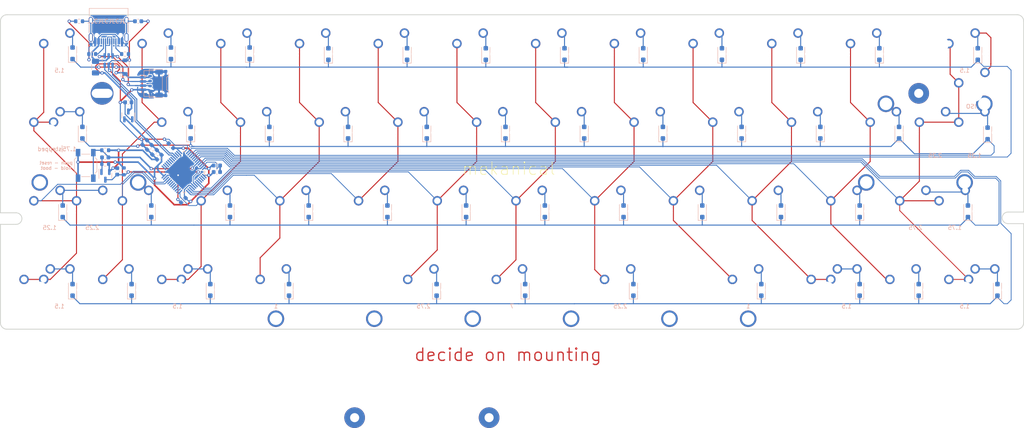
<source format=kicad_pcb>
(kicad_pcb (version 20221018) (generator pcbnew)
  (layers (0 "F.Cu" signal) (31 "B.Cu" signal) (34 "B.Paste" user) (35 "F.Paste" user) (36 "B.SilkS" user "B.Silkscreen") (37 "F.SilkS" user "F.Silkscreen") (38 "B.Mask" user) (39 "F.Mask" user) (44 "Edge.Cuts" user))
  (net 0 "")
  (net 1 "ROW0")
  (net 2 "Net-(D1-A)")
  (net 3 "Net-(D2-A)")
  (net 4 "Net-(D3-A)")
  (net 5 "Net-(D4-A)")
  (net 6 "Net-(D5-A)")
  (net 7 "Net-(D6-A)")
  (net 8 "Net-(D7-A)")
  (net 9 "Net-(D8-A)")
  (net 10 "Net-(D9-A)")
  (net 11 "Net-(D10-A)")
  (net 12 "Net-(D11-A)")
  (net 13 "Net-(D12-A)")
  (net 14 "ROW1")
  (net 15 "Net-(D13-A)")
  (net 16 "Net-(D14-A)")
  (net 17 "Net-(D15-A)")
  (net 18 "Net-(D16-A)")
  (net 19 "Net-(D17-A)")
  (net 20 "Net-(D18-A)")
  (net 21 "Net-(D19-A)")
  (net 22 "Net-(D20-A)")
  (net 23 "Net-(D21-A)")
  (net 24 "Net-(D22-A)")
  (net 25 "Net-(D23-A)")
  (net 26 "Net-(D24-A)")
  (net 27 "ROW2")
  (net 28 "Net-(D25-A)")
  (net 29 "Net-(D26-A)")
  (net 30 "Net-(D27-A)")
  (net 31 "Net-(D28-A)")
  (net 32 "Net-(D29-A)")
  (net 33 "Net-(D30-A)")
  (net 34 "Net-(D31-A)")
  (net 35 "Net-(D32-A)")
  (net 36 "Net-(D33-A)")
  (net 37 "Net-(D34-A)")
  (net 38 "Net-(D35-A)")
  (net 39 "Net-(D36-A)")
  (net 40 "ROW3")
  (net 41 "Net-(D37-A)")
  (net 42 "Net-(D38-A)")
  (net 43 "Net-(D39-A)")
  (net 44 "Net-(D41-A)")
  (net 45 "Net-(D42-A)")
  (net 46 "Net-(D43-A)")
  (net 47 "Net-(D44-A)")
  (net 48 "Net-(D45-A)")
  (net 49 "Net-(D46-A)")
  (net 50 "COL0")
  (net 51 "COL1")
  (net 52 "COL2")
  (net 53 "COL3")
  (net 54 "COL4")
  (net 55 "COL5")
  (net 56 "COL6")
  (net 57 "COL7")
  (net 58 "COL8")
  (net 59 "COL9")
  (net 60 "COL10")
  (net 61 "COL11")
  (net 62 "GND")
  (net 63 "+5V")
  (net 64 "+3V3")
  (net 65 "Net-(J2-SHIELD)")
  (net 66 "VBUS")
  (net 67 "/CC1")
  (net 68 "D_USB_P")
  (net 69 "D_USB_N")
  (net 71 "/CC2")
  (net 73 "D_P")
  (net 74 "D_N")
  (net 79 "NRST")
  (net 86 "BOOT0")
  (net 93 "Net-(Q1-G)")
  (net 94 "Net-(D40-A)")
  (net 95 "Net-(D47-A)")
  (footprint "PCM_marbastlib-mx:STAB_MX_ISO-ROT" (layer "F.Cu") (at 261.9375 50.8)
    (fp_text reference "ISO1" hide)
    (fp_text value "MX_stab")
  )
  (footprint "PCM_marbastlib-mx:SW_MX_1.5u" (layer "F.Cu") (at 259.55625 98.425)
    (fp_text reference "MX49" hide)
    (fp_text value "MX_SW_HS" hide)
  )
  (footprint "PCM_marbastlib-mx:SW_MX_1u" (layer "F.Cu") (at 240.50625 60.325)
    (fp_text reference "MX23" hide)
    (fp_text value "MX_SW_HS" hide)
  )
  (footprint "PCM_marbastlib-mx:SW_MX_1u" (layer "F.Cu") (at 73.81875 98.425)
    (fp_text reference "MX39" hide)
    (fp_text value "MX_SW_HS" hide)
  )
  (footprint "PCM_marbastlib-mx:SW_MX_1u" (layer "F.Cu") (at 48.41875 79.375)
    (fp_text reference "MXshift2.25" hide)
    (fp_text value "MX_SW_HS" hide)
  )
  (footprint "PCM_marbastlib-mx:SW_MX_1u" (layer "F.Cu") (at 78.58125 79.375)
    (fp_text reference "MX27" hide)
    (fp_text value "MX_SW_HS" hide)
  )
  (footprint "PCM_marbastlib-mx:SW_MX_1u" (layer "F.Cu") (at 235.74375 41.275)
    (fp_text reference "MX11" hide)
    (fp_text value "MX_SW_HS" hide)
  )
  (footprint "PCM_marbastlib-mx:SW_MX_1u" (layer "F.Cu") (at 252.4125 60.325)
    (fp_text reference "MXenter2.25" hide)
    (fp_text value "MX_SW_HS" hide)
  )
  (footprint "PCM_marbastlib-mx:STAB_MX_P_7u" (layer "F.Cu") (at 150.01875 98.425 180)
    (fp_text reference "S1" hide)
    (fp_text value "MX_stab")
  )
  (footprint "PCM_marbastlib-mx:SW_MX_1u" (layer "F.Cu") (at 154.78125 79.375)
    (fp_text reference "MX31" hide)
    (fp_text value "MX_SW_HS" hide)
  )
  (footprint "PCM_marbastlib-mx:SW_MX_1u" (layer "F.Cu") (at 107.15625 60.325)
    (fp_text reference "MX16" hide)
    (fp_text value "MX_SW_HS" hide)
  )
  (footprint "PCM_marbastlib-mx:SW_MX_1u" (layer "F.Cu") (at 230.98125 79.375)
    (fp_text reference "MX35" hide)
    (fp_text value "MX_SW_HS" hide)
  )
  (footprint "PCM_marbastlib-mx:STAB_MX_P_2.25u" (layer "F.Cu") (at 47.625 79.375)
    (fp_text reference "shift2.25" hide)
    (fp_text value "MX_stab")
  )
  (footprint "PCM_marbastlib-mx:SW_MX_1u" (layer "F.Cu") (at 178.59375 41.275)
    (fp_text reference "MX8" hide)
    (fp_text value "MX_SW_HS" hide)
  )
  (footprint "PCM_marbastlib-mx:SW_MX_1.75u" (layer "F.Cu") (at 42.8625 60.325)
    (fp_text reference "MX13" hide)
    (fp_text value "MX_SW_HS" hide)
  )
  (footprint "PCM_marbastlib-mx:SW_MX_1u" (layer "F.Cu") (at 173.83125 79.375)
    (fp_text reference "MX32" hide)
    (fp_text value "MX_SW_HS" hide)
  )
  (footprint "PCM_marbastlib-mx:SW_MX_1u" (layer "F.Cu") (at 261.9375 50.8)
    (fp_text reference "MXISO1" hide)
    (fp_text value "MX_SW_HS" hide)
  )
  (footprint "PCM_marbastlib-mx:SW_MX_1u" (layer "F.Cu") (at 202.40625 60.325)
    (fp_text reference "MX21" hide)
    (fp_text value "MX_SW_HS" hide)
  )
  (footprint "PCM_marbastlib-mx:SW_MX_1u" (layer "F.Cu") (at 128.5875 98.425)
    (fp_text reference "MXsplit2.75" hide)
    (fp_text value "MX_SW_HS" hide)
  )
  (footprint "PCM_marbastlib-mx:SW_MX_1u" (layer "F.Cu") (at 102.39375 41.275)
    (fp_text reference "MX4" hide)
    (fp_text value "MX_SW_HS" hide)
  )
  (footprint "PCM_marbastlib-mx:SW_MX_1u" (layer "F.Cu") (at 92.86875 98.425)
    (fp_text reference "MX41" hide)
    (fp_text value "MX_SW_HS" hide)
  )
  (footprint "PCM_marbastlib-mx:SW_MX_1u" (layer "F.Cu") (at 135.73125 79.375)
    (fp_text reference "MX30" hide)
    (fp_text value "MX_SW_HS" hide)
  )
  (footprint "PCM_marbastlib-mx:SW_MX_1.5u" (layer "F.Cu") (at 40.48125 41.275)
    (fp_text reference "MX1" hide)
    (fp_text value "MX_SW_HS" hide)
  )
  (footprint "PCM_marbastlib-mx:SW_MX_1u" (layer "F.Cu") (at 211.93125 79.375)
    (fp_text reference "MX34" hide)
    (fp_text value "MX_SW_HS" hide)
  )
  (footprint "PCM_marbastlib-mx:SW_MX_1.25u" (layer "F.Cu") (at 38.1 79.375)
    (fp_text reference "MX25" hide)
    (fp_text value "MX_SW_HS" hide)
  )
  (footprint "PCM_marbastlib-mx:STAB_MX_P_2.25u" (layer "F.Cu") (at 252.4125 60.325)
    (fp_text reference "enter2.25" hide)
    (fp_text value "MX_stab")
  )
  (footprint "PCM_marbastlib-mx:SW_MX_1u" (layer "F.Cu") (at 116.68125 79.375)
    (fp_text reference "MX29" hide)
    (fp_text value "MX_SW_HS" hide)
  )
  (footprint "PCM_marbastlib-mx:SW_MX_1u" (layer "F.Cu") (at 221.45625 60.325)
    (fp_text reference "MX22" hide)
    (fp_text value "MX_SW_HS" hide)
  )
  (footprint "PCM_marbastlib-mx:SW_MX_1u" (layer "F.Cu") (at 126.20625 60.325)
    (fp_text reference "MX17" hide)
    (fp_text value "MX_SW_HS" hide)
  )
  (footprint "PCM_marbastlib-mx:SW_MX_1u" (layer "F.Cu") (at 150.01875 98.425)
    (fp_text reference "MX42" hide)
    (fp_text value "MX_SW_HS" hide)
  )
  (footprint "" (layer "F.Cu") (at 50.8 50.8)
    (fp_text reference "")
    (fp_text value "")
  )
  (footprint "PCM_marbastlib-mx:SW_MX_1.5u" (layer "F.Cu") (at 40.48125 98.425)
    (fp_text reference "MX40" hide)
    (fp_text value "MX_SW_HS" hide)
  )
  (footprint "PCM_marbastlib-mx:SW_MX_1u" (layer "F.Cu") (at 59.53125 79.375)
    (fp_text reference "MX26" hide)
    (fp_text value "MX_SW_HS" hide)
  )
  (footprint "PCM_marbastlib-mx:SW_MX_1.5u" (layer "F.Cu") (at 230.98125 98.425)
    (fp_text reference "MX48" hide)
    (fp_text value "MX_SW_HS" hide)
  )
  (footprint "PCM_marbastlib-mx:SW_MX_1u" (layer "F.Cu") (at 83.34375 41.275)
    (fp_text reference "MX3" hide)
    (fp_text value "MX_SW_HS" hide)
  )
  (footprint "PCM_marbastlib-mx:STAB_MX_P_2.25u" (layer "F.Cu") (at 176.2125 98.425 180)
    (fp_text reference "S2" hide)
    (fp_text value "MX_stab")
  )
  (footprint "PCM_marbastlib-mx:SW_MX_1.75u" (layer "F.Cu") (at 257.175 79.375)
    (fp_text reference "MX36" hide)
    (fp_text value "MX_SW_HS" hide)
  )
  (footprint "PCM_marbastlib-mx:SW_MX_1.25u" (layer "F.Cu") (at 261.9375 60.325)
    (fp_text reference "MX24" hide)
    (fp_text value "MX_SW_HS" hide)
  )
  (footprint "PCM_marbastlib-mx:SW_MX_1u" (layer "F.Cu") (at 192.88125 79.375)
    (fp_text reference "MX33" hide)
    (fp_text value "MX_SW_HS" hide)
  )
  (footprint "PCM_marbastlib-mx:SW_MX_1u" (layer "F.Cu") (at 121.44375 41.275)
    (fp_text reference "MX5" hide)
    (fp_text value "MX_SW_HS" hide)
  )
  (footprint "" (layer "F.Cu") (at 111.91875 129.38125 180)
    (fp_text reference "")
    (fp_text value "")
  )
  (footprint "PCM_marbastlib-mx:SW_MX_1u" (layer "F.Cu") (at 226.21875 98.425)
    (fp_text reference "MX44" hide)
    (fp_text value "MX_SW_HS" hide)
  )
  (footprint "PCM_marbastlib-mx:STAB_MX_P_2.75u" (layer "F.Cu") (at 128.5875 98.425 180)
    (fp_text reference "S3" hide)
    (fp_text value "MX_stab")
  )
  (footprint "" (layer "F.Cu") (at 144.4625 129.38125 180)
    (fp_text reference "")
    (fp_text value "")
  )
  (footprint "PCM_marbastlib-mx:SW_MX_1u" (layer "F.Cu") (at 97.63125 79.375)
    (fp_text reference "MX28" hide)
    (fp_text value "MX_SW_HS" hide)
  )
  (footprint "PCM_marbastlib-mx:SW_MX_1u" (layer "F.Cu") (at 145.25625 60.325)
    (fp_text reference "MX18" hide)
    (fp_text value "MX_SW_HS" hide)
  )
  (footprint "PCM_marbastlib-mx:SW_MX_1.75u_STP_1.25" (layer "F.Cu") (at 38.1 60.325)
    (fp_text reference "MXcaps1" hide)
    (fp_text value "MX_SW_HS" hide)
  )
  (footprint "PCM_marbastlib-mx:SW_MX_1u" (layer "F.Cu") (at 88.10625 60.325)
    (fp_text reference "MX15" hide)
    (fp_text value "MX_SW_HS" hide)
  )
  (footprint "PCM_marbastlib-mx:SW_MX_1u" (layer "F.Cu") (at 264.31875 98.425)
    (fp_text reference "MX46" hide)
    (fp_text value "MX_SW_HS" hide)
  )
  (footprint "PCM_marbastlib-mx:SW_MX_1u" (layer "F.Cu") (at 35.71875 98.425)
    (fp_text reference "MX37" hide)
    (fp_text value "MX_SW_HS" hide)
  )
  (footprint "PCM_marbastlib-mx:STAB_MX_P_2.75u" (layer "F.Cu") (at 247.65 79.375)
    (fp_text reference "shift2.75" hide)
    (fp_text value "MX_stab")
  )
  (footprint "PCM_marbastlib-mx:SW_MX_1u" (layer "F.Cu") (at 216.69375 41.275)
    (fp_text reference "MX10" hide)
    (fp_text value "MX_SW_HS" hide)
  )
  (footprint "PCM_marbastlib-mx:SW_MX_1u" (layer "F.Cu") (at 197.64375 41.275)
    (fp_text reference "MX9" hide)
    (fp_text value "MX_SW_HS" hide)
  )
  (footprint "PCM_marbastlib-mx:SW_MX_1u" (layer "F.Cu") (at 245.26875 98.425)
    (fp_text reference "MX45" hide)
    (fp_text value "MX_SW_HS" hide)
  )
  (footprint "PCM_marbastlib-mx:SW_MX_1u" (layer "F.Cu") (at 183.35625 60.325)
    (fp_text reference "MX20" hide)
    (fp_text value "MX_SW_HS" hide)
  )
  (footprint "PCM_marbastlib-mx:SW_MX_1u" (layer "F.Cu") (at 140.49375 41.275)
    (fp_text reference "MX6" hide)
    (fp_text value "MX_SW_HS" hide)
  )
  (footprint "PCM_marbastlib-mx:SW_MX_1u" (layer "F.Cu") (at 247.65 79.375)
    (fp_text reference "MXshift2.75" hide)
    (fp_text value "MX_SW_HS" hide)
  )
  (footprint "PCM_marbastlib-mx:SW_MX_1.5u" (layer "F.Cu") (at 259.55625 41.275)
    (fp_text reference "MX12" hide)
    (fp_text value "MX_SW_HS" hide)
  )
  (footprint "PCM_marbastlib-mx:SW_MX_1.5u" (layer "F.Cu") (at 69.05625 98.425)
    (fp_text reference "MX47" hide)
    (fp_text value "MX_SW_HS" hide)
  )
  (footprint "PCM_marbastlib-mx:SW_MX_1u" (layer "F.Cu") (at 164.30625 60.325)
    (fp_text reference "MX19" hide)
    (fp_text value "MX_SW_HS" hide)
  )
  (footprint "PCM_marbastlib-mx:SW_MX_1u" (layer "F.Cu") (at 176.2125 98.425)
    (fp_text reference "MXsplit2.25" hide)
    (fp_text value "MX_SW_HS" hide)
  )
  (footprint "PCM_marbastlib-mx:SW_MX_1u" (layer "F.Cu") (at 159.54375 41.275)
    (fp_text reference "MX7" hide)
    (fp_text value "MX_SW_HS" hide)
  )
  (footprint "PCM_marbastlib-mx:SW_MX_1u" (layer "F.Cu") (at 69.05625 60.325)
    (fp_text reference "MX14" hide)
    (fp_text value "MX_SW_HS" hide)
  )
  (footprint "PCM_marbastlib-mx:SW_MX_1u" (layer "F.Cu") (at 207.16875 98.425)
    (fp_text reference "MX43" hide)
    (fp_text value "MX_SW_HS" hide)
  )
  (footprint "PCM_marbastlib-mx:SW_MX_1u" (layer "F.Cu") (at 54.76875 98.425)
    (fp_text reference "MX38" hide)
    (fp_text value "MX_SW_HS" hide)
  )
  (footprint "" (layer "F.Cu") (at 248.44375 50.8)
    (fp_text reference "")
    (fp_text value "")
  )
  (footprint "PCM_marbastlib-mx:SW_MX_1u" (layer "F.Cu") (at 64.29375 41.275)
    (fp_text reference "MX2" hide)
    (fp_text value "MX_SW_HS" hide)
  )
  (footprint "Diode_SMD:D_SOD-123F" (layer "B.Cu") (at 119.85625 79.375 90)
    (fp_text reference "D29" hide)
    (fp_text value "D_Small")
  )
  (footprint "Connector_JST:JST_SH_SM04B-SRSS-TB_1x04-1MP_P1.00mm_Horizontal" (layer "B.Cu") (at 62.70625 48.41875 -90)
    (fp_text reference "J1" hide)
    (fp_text value "JST SH")
  )
  (footprint "Diode_SMD:D_SOD-123F" (layer "B.Cu") (at 260.35 79.375 90)
    (fp_text reference "D36" hide)
    (fp_text value "D_Small")
  )
  (footprint "Diode_SMD:D_SOD-123F" (layer "B.Cu") (at 46.0375 60.325 90)
    (fp_text reference "D13" hide)
    (fp_text value "D_Small")
  )
  (footprint "Resistor_SMD:R_0603_1608Metric" (layer "B.Cu") (at 45.24375 33.3375 180)
    (fp_text reference "R_USBSHIELD2" hide)
    (fp_text value "1M")
  )
  (footprint "Package_TO_SOT_SMD:SOT-23" (layer "B.Cu") (at 51.59375 70.7875 -90)
    (fp_text reference "Q1" hide)
    (fp_text value "2N7002")
  )
  (footprint "Diode_SMD:D_SOD-123F" (layer "B.Cu") (at 131.7625 98.425 90)
    (fp_text reference "D40" hide)
    (fp_text value "D_Small")
  )
  (footprint "Connector_USB:USB_C_Receptacle_HRO_TYPE-C-31-M-12" (layer "B.Cu") (at 52.3875 34.13125)
    (fp_text reference "J2" hide)
    (fp_text value "USB_C_Receptacle_USB2.0")
  )
  (footprint "Diode_SMD:D_SOD-123F" (layer "B.Cu") (at 186.53125 60.325 90)
    (fp_text reference "D20" hide)
    (fp_text value "D_Small")
  )
  (footprint "Diode_SMD:D_SOD-123F" (layer "B.Cu") (at 62.70625 79.375 90)
    (fp_text reference "D26" hide)
    (fp_text value "D_Small")
  )
  (footprint "Resistor_SMD:R_0603_1608Metric" (layer "B.Cu") (at 48.41875 41.275 180)
    (fp_text reference "R1" hide)
    (fp_text value "5k1")
  )
  (footprint "Capacitor_SMD:C_0603_1608Metric" (layer "B.Cu") (at 51.557843 66.322742 180)
    (fp_text reference "C11" hide)
    (fp_text value "4.7uF")
  )
  (footprint "Diode_SMD:D_SOD-123F" (layer "B.Cu") (at 224.63125 60.325 90)
    (fp_text reference "D22" hide)
    (fp_text value "D_Small")
  )
  (footprint "Diode_SMD:D_SOD-123F" (layer "B.Cu") (at 177.00625 79.375 90)
    (fp_text reference "D32" hide)
    (fp_text value "D_Small")
  )
  (footprint "Resistor_SMD:R_0603_1608Metric" (layer "B.Cu") (at 56.35625 41.275)
    (fp_text reference "R2" hide)
    (fp_text value "5k1")
  )
  (footprint "Capacitor_SMD:C_0603_1608Metric" (layer "B.Cu") (at 54.463621 69.705058 -90)
    (fp_text reference "C10" hide)
    (fp_text value "1uF")
  )
  (footprint "Diode_SMD:D_SOD-123F" (layer "B.Cu") (at 91.28125 60.325 90)
    (fp_text reference "D15" hide)
    (fp_text value "D_Small")
  )
  (footprint "Diode_SMD:D_SOD-123F" (layer "B.Cu") (at 96.04375 98.425 90)
    (fp_text reference "D41" hide)
    (fp_text value "D_Small")
  )
  (footprint "Diode_SMD:D_SOD-123F" (layer "B.Cu") (at 157.95625 79.375 90)
    (fp_text reference "D31" hide)
    (fp_text value "D_Small")
  )
  (footprint "Diode_SMD:D_SOD-123F" (layer "B.Cu") (at 205.58125 60.325 90)
    (fp_text reference "D21" hide)
    (fp_text value "D_Small")
  )
  (footprint "Diode_SMD:D_SOD-123F" (layer "B.Cu") (at 105.56875 41.275 90)
    (fp_text reference "D4" hide)
    (fp_text value "D_Small")
  )
  (footprint "Diode_SMD:D_SOD-123F" (layer "B.Cu") (at 200.81875 41.275 90)
    (fp_text reference "D9" hide)
    (fp_text value "D_Small")
  )
  (footprint "Diode_SMD:D_SOD-123F" (layer "B.Cu") (at 215.10625 79.375 90)
    (fp_text reference "D34" hide)
    (fp_text value "D_Small")
  )
  (footprint "Diode_SMD:D_SOD-123F" (layer "B.Cu") (at 265.1125 60.5125 90)
    (fp_text reference "D24" hide)
    (fp_text value "D_Small")
  )
  (footprint "Button_Switch_SMD:SW_SPST_SKQG_WithoutStem" (layer "B.Cu") (at 46.83125 68.2625 90)
    (fp_text reference "SW1" hide)
    (fp_text value "RST")
  )
  (footprint "Diode_SMD:D_SOD-123F" (layer "B.Cu") (at 81.75625 79.375 90)
    (fp_text reference "D27" hide)
    (fp_text value "D_Small")
  )
  (footprint "Diode_SMD:D_SOD-123F" (layer "B.Cu") (at 110.33125 60.325 90)
    (fp_text reference "D16" hide)
    (fp_text value "D_Small")
  )
  (footprint "Diode_SMD:D_SOD-123F" (layer "B.Cu") (at 86.51875 41.0875 90)
    (fp_text reference "D3" hide)
    (fp_text value "D_Small")
  )
  (footprint "Diode_SMD:D_SOD-123F" (layer "B.Cu") (at 153.19375 98.425 90)
    (fp_text reference "D42" hide)
    (fp_text value "D_Small")
  )
  (footprint "Diode_SMD:D_SOD-123F" (layer "B.Cu") (at 100.80625 79.375 90)
    (fp_text reference "D28" hide)
    (fp_text value "D_Small")
  )
  (footprint "Diode_SMD:D_SOD-123F" (layer "B.Cu") (at 219.86875 41.275 90)
    (fp_text reference "D10" hide)
    (fp_text value "D_Small")
  )
  (footprint "Capacitor_SMD:C_0603_1608Metric" (layer "B.Cu") (at 70.466998 76.715526 -135)
    (fp_text reference "C8" hide)
    (fp_text value "100nF")
  )
  (footprint "Capacitor_SMD:C_0603_1608Metric" (layer "B.Cu") (at 64.639057 66.265845 -135)
    (fp_text reference "C5" hide)
    (fp_text value "100nF")
  )
  (footprint "Diode_SMD:D_SOD-123" (layer "B.Cu") (at 56.35625 44.45 90)
    (fp_text reference "D_PWR1" hide)
    (fp_text value "SMF9.0CA")
  )
  (footprint "Diode_SMD:D_SOD-123F" (layer "B.Cu") (at 57.94375 98.425 90)
    (fp_text reference "D38" hide)
    (fp_text value "D_Small")
  )
  (footprint "Diode_SMD:D_SOD-123F" (layer "B.Cu") (at 210.34375 98.425 90)
    (fp_text reference "D43" hide)
    (fp_text value "D_Small")
  )
  (footprint "Diode_SMD:D_SOD-123F" (layer "B.Cu") (at 67.46875 41.0875 90)
    (fp_text reference "D2" hide)
    (fp_text value "D_Small")
  )
  (footprint "Capacitor_SMD:C_0603_1608Metric" (layer "B.Cu") (at 78.58125 69.86875)
    (fp_text reference "C9" hide)
    (fp_text value "100nF")
  )
  (footprint "Diode_SMD:D_SOD-123F" (layer "B.Cu") (at 243.68125 60.325 90)
    (fp_text reference "D23" hide)
    (fp_text value "D_Small")
  )
  (footprint "Diode_SMD:D_SOD-123F" (layer "B.Cu") (at 43.65625 41.0875 90)
    (fp_text reference "D1" hide)
    (fp_text value "D_Small")
  )
  (footprint "Diode_SMD:D_SOD-123F" (layer "B.Cu") (at 76.99375 98.425 90)
    (fp_text reference "D39" hide)
    (fp_text value "D_Small")
  )
  (footprint "Diode_SMD:D_SOD-123F" (layer "B.Cu") (at 138.90625 79.375 90)
    (fp_text reference "D30" hide)
    (fp_text value "D_Small")
  )
  (footprint "Package_QFP:LQFP-48_7x7mm_P0.5mm" (layer "B.Cu") (at 70.64375 69.85 135)
    (fp_text reference "U3" hide)
    (fp_text value "STM32F072C8Tx")
  )
  (footprint "Diode_SMD:D_SOD-123F" (layer "B.Cu") (at 181.76875 41.275 90)
    (fp_text reference "D8" hide)
    (fp_text value "D_Small")
  )
  (footprint "Package_TO_SOT_SMD:SOT-23" (layer "B.Cu") (at 57.15 56.14375 90)
    (fp_text reference "U2" hide)
    (fp_text value "XC6206PxxxMR-Regulator_Linear")
  )
  (footprint "Diode_SMD:D_SOD-123F" (layer "B.Cu") (at 238.91875 41.275 90)
    (fp_text reference "D11" hide)
    (fp_text value "D_Small")
  )
  (footprint "Diode_SMD:D_SOD-123F" (layer "B.Cu") (at 41.275 79.375 90)
    (fp_text reference "D25" hide)
    (fp_text value "D_Small")
  )
  (footprint "Resistor_SMD:R_0603_1608Metric" (layer "B.Cu") (at 56.051121 69.705058 -90)
    (fp_text reference "R4" hide)
    (fp_text value "10k")
  )
  (footprint "Diode_SMD:D_SOD-123F" (layer "B.Cu") (at 234.15625 79.375 90)
    (fp_text reference "D35" hide)
    (fp_text value "D_Small")
  )
  (footprint "Diode_SMD:D_SOD-123F" (layer "B.Cu") (at 262.73125 41.275 90)
    (fp_text reference "D12" hide)
    (fp_text value "D_Small")
  )
  (footprint "Resistor_SMD:R_0603_1608Metric" (layer "B.Cu") (at 51.557843 64.591492)
    (fp_text reference "R3" hide)
    (fp_text value "10k")
  )
  (footprint "Diode_SMD:D_SOD-123F" (layer "B.Cu") (at 143.66875 41.275 90)
    (fp_text reference "D6" hide)
    (fp_text value "D_Small")
  )
  (footprint "Package_TO_SOT_SMD:SOT-23-6" (layer "B.Cu") (at 52.3875 42.8625 90)
    (fp_text reference "U1" hide)
    (fp_text value "USBLC6-2SC6")
  )
  (footprint "Connector_Molex:Molex_Pico-EZmate_78171-0004_1x04-1MP_P1.20mm_Vertical" (layer "B.Cu") (at 64.29375 48.41875 -90)
    (fp_text reference "J3" hide)
    (fp_text value "Pico EZmate")
  )
  (footprint "Diode_SMD:D_SOD-123F" (layer "B.Cu") (at 129.38125 60.325 90)
    (fp_text reference "D17" hide)
    (fp_text value "D_Small")
  )
  (footprint "Diode_SMD:D_SOD-123F" (layer "B.Cu") (at 162.71875 41.275 90)
    (fp_text reference "D7" hide)
    (fp_text value "D_Small")
  )
  (footprint "Capacitor_SMD:C_0603_1608Metric" (layer "B.Cu") (at 61.11875 62.70625 45)
    (fp_text reference "C2" hide)
    (fp_text value "1uF")
  )
  (footprint "Diode_SMD:D_SOD-123F" (layer "B.Cu") (at 124.61875 41.275 90)
    (fp_text reference "D5" hide)
    (fp_text value "D_Small")
  )
  (footprint "Diode_SMD:D_SOD-123F" (layer "B.Cu") (at 148.43125 60.325 90)
    (fp_text reference "D18" hide)
    (fp_text value "D_Small")
  )
  (footprint "Resistor_SMD:R_0603_1608Metric" (layer "B.Cu") (at 51.557843 67.910242)
    (fp_text reference "R5" hide)
    (fp_text value "100k")
  )
  (footprint "Diode_SMD:D_SOD-123F" (layer "B.Cu") (at 234.15625 98.425 90)
    (fp_text reference "D44" hide)
    (fp_text value "D_Small")
  )
  (footprint "Capacitor_SMD:C_0603_1608Metric" (layer "B.Cu") (at 67.46875 63.5 135)
    (fp_text reference "C6" hide)
    (fp_text value "100nF")
  )
  (footprint "Diode_SMD:D_SOD-123F" (layer "B.Cu") (at 72.23125 60.325 90)
    (fp_text reference "D14" hide)
    (fp_text value "D_Small")
  )
  (footprint "Fuse:Fuse_1206_3216Metric" (layer "B.Cu") (at 49.2125 44.45 -90)
    (fp_text reference "F1" hide)
    (fp_text value "500mA")
  )
  (footprint "Diode_SMD:D_SOD-123F" (layer "B.Cu") (at 267.49375 98.425 90)
    (fp_text reference "D46" hide)
    (fp_text value "D_Small")
  )
  (footprint "Capacitor_SMD:C_0603_1608Metric" (layer "B.Cu") (at 62.235155 63.882718 -135)
    (fp_text reference "C3" hide)
    (fp_text value "4.7uF")
  )
  (footprint "Capacitor_SMD:C_0603_1608Metric" (layer "B.Cu") (at 59.53125 33.3375)
    (fp_text reference "C_USBSHIELD2" hide)
    (fp_text value "4.7nF")
  )
  (footprint "Diode_SMD:D_SOD-123F" (layer "B.Cu") (at 248.44375 98.425 90)
    (fp_text reference "D45" hide)
    (fp_text value "D_Small")
  )
  (footprint "Diode_SMD:D_SOD-123F" (layer "B.Cu") (at 196.05625 79.375 90)
    (fp_text reference "D33" hide)
    (fp_text value "D_Small")
  )
  (footprint "Diode_SMD:D_SOD-123F" (layer "B.Cu") (at 179.3875 98.425 90)
    (fp_text reference "D47" hide)
    (fp_text value "D_Small")
  )
  (footprint "Diode_SMD:D_SOD-123F" (layer "B.Cu") (at 167.48125 60.325 90)
    (fp_text reference "D19" hide)
    (fp_text value "D_Small")
  )
  (footprint "Diode_SMD:D_SOD-123F" (layer "B.Cu") (at 43.65625 98.425 90)
    (fp_text reference "D37" hide)
    (fp_text value "D_Small")
  )
  (footprint "Capacitor_SMD:C_0603_1608Metric" (layer "B.Cu") (at 57.15 52.96875)
    (fp_text reference "C1" hide)
    (fp_text value "1uF")
  )
  (footprint "Capacitor_SMD:C_0603_1608Metric" (layer "B.Cu") (at 78.58125 68.28125)
    (fp_text reference "C7" hide)
    (fp_text value "100nF")
  )
  (footprint "Capacitor_SMD:C_0603_1608Metric" (layer "B.Cu") (at 63.5 65.0875 -135)
    (fp_text reference "C4" hide)
    (fp_text value "1uF")
  )
  (gr_line (start 41.120181 63.443428) (end 41.120181 65.030928) (stroke (width 0.15)) (layer "B.SilkS"))
  (gr_arc (start 270.04375 82.362498) (mid 268.643754 80.9625) (end 270.04375 79.562502) (stroke (width 0.2)) (layer "Edge.Cuts"))
  (gr_arc (start 27.78125 107.95) (mid 26.658718 107.485032) (end 26.19375 106.3625) (stroke (width 0.2)) (layer "Edge.Cuts"))
  (gr_arc (start 273.84375 106.3625) (mid 273.378782 107.485032) (end 272.25625 107.95) (stroke (width 0.2)) (layer "Edge.Cuts"))
  (gr_line (start 26.19375 79.75) (end 29.99375 79.75) (stroke (width 0.2)) (layer "Edge.Cuts"))
  (gr_arc (start 26.19375 33.3375) (mid 26.658718 32.214968) (end 27.78125 31.75) (stroke (width 0.2)) (layer "Edge.Cuts"))
  (gr_line (start 272.25625 107.95) (end 27.78125 107.95) (stroke (width 0.2)) (layer "Edge.Cuts"))
  (gr_line (start 273.84375 79.562498) (end 273.84375 33.3375) (stroke (width 0.2)) (layer "Edge.Cuts"))
  (gr_line (start 27.78125 31.75) (end 272.25625 31.75) (stroke (width 0.2)) (layer "Edge.Cuts"))
  (gr_arc (start 272.25625 31.75) (mid 273.378782 32.214968) (end 273.84375 33.3375) (stroke (width 0.2)) (layer "Edge.Cuts"))
  (gr_line (start 26.19375 79.75) (end 26.19375 33.3375) (stroke (width 0.2)) (layer "Edge.Cuts"))
  (gr_line (start 273.84375 82.362498) (end 273.84375 106.3625) (stroke (width 0.2)) (layer "Edge.Cuts"))
  (gr_line (start 273.84375 82.362498) (end 270.04375 82.362498) (stroke (width 0.2)) (layer "Edge.Cuts"))
  (gr_line (start 26.19375 106.3625) (end 26.19375 82.55) (stroke (width 0.2)) (layer "Edge.Cuts"))
  (gr_line (start 273.84375 79.562498) (end 270.04375 79.562498) (stroke (width 0.2)) (layer "Edge.Cuts"))
  (gr_arc (start 29.99375 79.75) (mid 31.393746 81.149998) (end 29.99375 82.549996) (stroke (width 0.2)) (layer "Edge.Cuts"))
  (gr_line (start 26.19375 82.55) (end 29.99375 82.55) (stroke (width 0.2)) (layer "Edge.Cuts"))
  (gr_text "decide on mounting" (at 126.20625 115.8875) (layer "F.Cu") (effects (font (size 3 3) (thickness 0.3) bold) (justify left bottom)))
  (gr_text "7" (at 150.01875 102.39375) (layer "B.SilkS") (effects (font (size 1 1)) (justify mirror)))
  (gr_text "push - reset\nhold - boot" (at 39.6875 68.2625) (layer "B.SilkS") (effects (font (size 0.8 0.8)) (justify mirror)))
  (gr_text "2.75" (at 247.65 83.34375) (layer "B.SilkS") (effects (font (size 1 1)) (justify mirror)))
  (gr_text "2.75" (at 128.5875 102.39375) (layer "B.SilkS") (effects (font (size 1 1)) (justify mirror)))
  (gr_text "JLCJLCJLCJLC" (at 52.3875 33.3375) (layer "B.SilkS") (effects (font (size 1 1))))
  (gr_text "2.25" (at 48.41875 83.34375) (layer "B.SilkS") (effects (font (size 1 1)) (justify mirror)))
  (gr_text "ISO" (at 261.14375 53.975) (layer "B.SilkS") (effects (font (size 1 1)) (justify mirror)))
  (gr_text "1.25" (at 38.1 83.34375) (layer "B.SilkS") (effects (font (size 1 1)) (justify mirror)))
  (gr_text "1.5" (at 40.48125 102.39375) (layer "B.SilkS") (effects (font (size 1 1)) (justify mirror)))
  (gr_text "1.5" (at 230.98125 102.39375) (layer "B.SilkS") (effects (font (size 1 1)) (justify mirror)))
  (gr_text "1.5" (at 69.05625 102.39375) (layer "B.SilkS") (effects (font (size 1 1)) (justify mirror)))
  (gr_text "1.75" (at 257.175 83.34375) (layer "B.SilkS") (effects (font (size 1 1)) (justify mirror)))
  (gr_text "1" (at 207.16875 102.39375) (layer "B.SilkS") (effects (font (size 1 1)) (justify mirror)))
  (gr_text "1.5" (at 259.55625 102.39375) (layer "B.SilkS") (effects (font (size 1 1)) (justify mirror)))
  (gr_text "1.75" (at 42.8625 64.29375) (layer "B.SilkS") (effects (font (size 1 1)) (justify mirror)))
  (gr_text "1.25" (at 261.9375 65.88125) (layer "B.SilkS") (effects (font (size 1 1)) (justify mirror)))
  (gr_text "1.5" (at 40.48125 45.24375) (layer "B.SilkS") (effects (font (size 1 1)) (justify mirror)))
  (gr_text "stepped" (at 38.1 64.29375) (layer "B.SilkS") (effects (font (size 1 1)) (justify mirror)))
  (gr_text "1.5" (at 259.55625 45.24375) (layer "B.SilkS") (effects (font (size 1 1)) (justify mirror)))
  (gr_text "2.25" (at 252.4125 65.88125) (layer "B.SilkS") (effects (font (size 1 1)) (justify mirror)))
  (gr_text "2.25" (at 176.2125 102.39375) (layer "B.SilkS") (effects (font (size 1 1)) (justify mirror)))
  (gr_text "1" (at 92.86875 102.39375) (layer "B.SilkS") (effects (font (size 1 1)) (justify mirror)))
  (gr_text "mekanical" (at 149.225 69.05625) (layer "F.SilkS") (effects (font (size 3 3))))
  (segment (start 50.00625 44.45) (end 54.237 44.45) (width 0.25) (layer "F.Cu") (net 1))
  (via (at 50.00625 44.45) (size 0.8) (drill 0.4) (layers "F.Cu" "B.Cu") (net 1))
  (via (at 54.237 44.45) (size 0.8) (drill 0.4) (layers "F.Cu" "B.Cu") (net 1))
  (segment (start 43.65625 42.4875) (end 45.61875 44.45) (width 0.25) (layer "B.Cu") (net 1))
  (segment (start 238.91875 44.45) (end 219.86875 44.45) (width 0.25) (layer "B.Cu") (net 1))
  (segment (start 270.7965 45.1915) (end 270.7965 65.3146) (width 0.2) (layer "B.Cu") (net 1))
  (segment (start 162.71875 42.8625) (end 162.71875 44.45) (width 0.25) (layer "B.Cu") (net 1))
  (segment (start 143.66875 44.45) (end 181.76875 44.45) (width 0.25) (layer "B.Cu") (net 1))
  (segment (start 67.46875 42.675) (end 67.46875 44.43765) (width 0.25) (layer "B.Cu") (net 1))
  (segment (start 162.71875 44.45) (end 163.5125 44.45) (width 0.25) (layer "B.Cu") (net 1))
  (segment (start 219.86875 42.8625) (end 219.86875 44.45) (width 0.25) (layer "B.Cu") (net 1))
  (segment (start 270.7965 65.3146) (end 269.875 66.2361) (width 0.2) (layer "B.Cu") (net 1))
  (segment (start 80.972241 64.540507) (end 73.478369 64.540507) (width 0.2) (layer "B.Cu") (net 1))
  (segment (start 262.73125 42.8625) (end 261.14375 44.45) (width 0.25) (layer "B.Cu") (net 1))
  (segment (start 181.76875 42.8625) (end 181.76875 44.45) (width 0.25) (layer "B.Cu") (net 1))
  (segment (start 200.81875 42.8625) (end 200.81875 44.45) (width 0.25) (layer "B.Cu") (net 1))
  (segment (start 238.91875 42.8625) (end 238.91875 44.45) (width 0.25) (layer "B.Cu") (net 1))
  (segment (start 73.478369 64.540507) (end 72.349645 65.669231) (width 0.2) (layer "B.Cu") (net 1))
  (segment (start 143.66875 44.45) (end 105.56875 44.45) (width 0.25) (layer "B.Cu") (net 1))
  (segment (start 85.73735 44.45) (end 85.725 44.43765) (width 0.25) (layer "B.Cu") (net 1))
  (segment (start 262.73125 42.675) (end 262.73125 42.8625) (width 0.2) (layer "B.Cu") (net 1))
  (segment (start 219.86875 44.45) (end 200.81875 44.45) (width 0.25) (layer "B.Cu") (net 1))
  (segment (start 200.81875 44.45) (end 181.76875 44.45) (width 0.25) (layer "B.Cu") (net 1))
  (segment (start 86.51875 44.45) (end 85.73735 44.45) (width 0.25) (layer "B.Cu") (net 1))
  (segment (start 105.56875 42.8625) (end 105.56875 44.45) (width 0.25) (layer "B.Cu") (net 1))
  (segment (start 67.46875 44.43765) (end 85.725 44.43765) (width 0.25) (layer "B.Cu") (net 1))
  (segment (start 124.61875 42.8625) (end 124.61875 44.45) (width 0.25) (layer "B.Cu") (net 1))
  (segment (start 67.46875 44.43765) (end 54.24935 44.43765) (width 0.25) (layer "B.Cu") (net 1))
  (segment (start 143.66875 42.8625) (end 143.66875 44.45) (width 0.25) (layer "B.Cu") (net 1))
  (segment (start 269.875 44.27) (end 270.7965 45.1915) (width 0.2) (layer "B.Cu") (net 1))
  (segment (start 262.73125 42.8625) (end 264.13875 44.27) (width 0.2) (layer "B.Cu") (net 1))
  (segment (start 82.667834 66.2361) (end 80.972241 64.540507) (width 0.2) (layer "B.Cu") (net 1))
  (segment (start 86.51875 44.45) (end 86.51875 42.675) (width 0.25) (layer "B.Cu") (net 1))
  (segment (start 105.56875 44.45) (end 86.51875 44.45) (width 0.25) (layer "B.Cu") (net 1))
  (segment (start 264.13875 44.27) (end 269.875 44.27) (width 0.2) (layer "B.Cu") (net 1))
  (segment (start 45.61875 44.45) (end 50.00625 44.45) (width 0.25) (layer "B.Cu") (net 1))
  (segment (start 54.24935 44.43765) (end 54.237 44.45) (width 0.25) (layer "B.Cu") (net 1))
  (segment (start 269.875 66.2361) (end 82.667834 66.2361) (width 0.2) (layer "B.Cu") (net 1))
  (segment (start 261.14375 44.45) (end 238.91875 44.45) (width 0.25) (layer "B.Cu") (net 1))
  (segment (start 43.02125 36.195) (end 43.65625 36.83) (width 0.25) (layer "B.Cu") (net 2))
  (segment (start 43.65625 36.83) (end 43.65625 39.08125) (width 0.25) (layer "B.Cu") (net 2))
  (segment (start 67.46875 36.83) (end 67.46875 39.08125) (width 0.25) (layer "B.Cu") (net 3))
  (segment (start 66.83375 36.195) (end 67.46875 36.83) (width 0.25) (layer "B.Cu") (net 3))
  (segment (start 85.88375 36.195) (end 86.51875 36.83) (width 0.25) (layer "B.Cu") (net 4))
  (segment (start 86.51875 36.83) (end 86.51875 39.08125) (width 0.25) (layer "B.Cu") (net 4))
  (segment (start 104.93375 36.195) (end 105.56875 36.83) (width 0.25) (layer "B.Cu") (net 5))
  (segment (start 105.56875 36.83) (end 105.56875 39.26875) (width 0.25) (layer "B.Cu") (net 5))
  (segment (start 123.98375 36.195) (end 124.61875 36.83) (width 0.25) (layer "B.Cu") (net 6))
  (segment (start 124.61875 36.83) (end 124.61875 39.26875) (width 0.25) (layer "B.Cu") (net 6))
  (segment (start 143.03375 36.195) (end 143.66875 36.83) (width 0.25) (layer "B.Cu") (net 7))
  (segment (start 143.66875 36.83) (end 143.66875 39.26875) (width 0.25) (layer "B.Cu") (net 7))
  (segment (start 162.71875 36.83) (end 162.71875 39.26875) (width 0.25) (layer "B.Cu") (net 8))
  (segment (start 162.08375 36.195) (end 162.71875 36.83) (width 0.25) (layer "B.Cu") (net 8))
  (segment (start 181.76875 36.83) (end 181.76875 39.26875) (width 0.25) (layer "B.Cu") (net 9))
  (segment (start 181.13375 36.195) (end 181.76875 36.83) (width 0.25) (layer "B.Cu") (net 9))
  (segment (start 200.81875 36.83) (end 200.81875 39.26875) (width 0.25) (layer "B.Cu") (net 10))
  (segment (start 200.18375 36.195) (end 200.81875 36.83) (width 0.25) (layer "B.Cu") (net 10))
  (segment (start 219.23375 36.195) (end 219.86875 36.83) (width 0.25) (layer "B.Cu") (net 11))
  (segment (start 219.86875 36.83) (end 219.86875 39.26875) (width 0.25) (layer "B.Cu") (net 11))
  (segment (start 238.91875 36.83) (end 238.91875 39.26875) (width 0.25) (layer "B.Cu") (net 12))
  (segment (start 238.28375 36.195) (end 238.91875 36.83) (width 0.25) (layer "B.Cu") (net 12))
  (segment (start 262.09625 36.195) (end 264.795 36.195) (width 0.25) (layer "F.Cu") (net 13))
  (segment (start 265.90625 43.63625) (end 265.88625 43.65625) (width 0.25) (layer "F.Cu") (net 13))
  (segment (start 264.4775 45.72) (end 265.88625 44.31125) (width 0.25) (layer "F.Cu") (net 13))
  (segment (start 265.88625 44.31125) (end 265.88625 43.65625) (width 0.25) (layer "F.Cu") (net 13))
  (segment (start 264.795 36.195) (end 265.90625 37.30625) (width 0.25) (layer "F.Cu") (net 13))
  (segment (start 265.90625 37.30625) (end 265.90625 43.63625) (width 0.25) (layer "F.Cu") (net 13))
  (segment (start 262.73125 36.83) (end 262.73125 39.26875) (width 0.25) (layer "B.Cu") (net 13))
  (segment (start 262.09625 36.195) (end 262.73125 36.83) (width 0.25) (layer "B.Cu") (net 13))
  (segment (start 72.095335 63.364085) (end 72.23125 63.5) (width 0.25) (layer "F.Cu") (net 14))
  (segment (start 59.667165 63.364085) (end 72.095335 63.364085) (width 0.25) (layer "F.Cu") (net 14))
  (segment (start 59.4375 63.59375) (end 59.667165 63.364085) (width 0.25) (layer "F.Cu") (net 14))
  (via (at 59.4375 63.59375) (size 0.8) (drill 0.4) (layers "F.Cu" "B.Cu") (net 14))
  (via (at 72.23125 63.5) (size 0.8) (drill 0.4) (layers "F.Cu" "B.Cu") (net 14))
  (segment (start 265.1125 61.9125) (end 266.7 63.5) (width 0.2) (layer "B.Cu") (net 14))
  (segment (start 91.28125 63.67515) (end 110.33125 63.67515) (width 0.25) (layer "B.Cu") (net 14))
  (segment (start 72.23125 61.9125) (end 72.23125 63.67515) (width 0.25) (layer "B.Cu") (net 14))
  (segment (start 266.7 63.5) (end 266.7 65.0875) (width 0.2) (layer "B.Cu") (net 14))
  (segment (start 148.43125 61.9125) (end 148.43125 63.67515) (width 0.25) (layer "B.Cu") (net 14))
  (segment (start 167.48125 61.9125) (end 167.48125 63.67515) (width 0.25) (layer "B.Cu") (net 14))
  (segment (start 129.38125 63.67515) (end 148.43125 63.67515) (width 0.25) (layer "B.Cu") (net 14))
  (segment (start 47.71875 63.59375) (end 59.4375 63.59375) (width 0.25) (layer "B.Cu") (net 14))
  (segment (start 265.9514 65.8361) (end 82.83352 65.8361) (width 0.2) (layer "B.Cu") (net 14))
  (segment (start 224.63125 63.67515) (end 241.7311 63.67515) (width 0.25) (layer "B.Cu") (net 14))
  (segment (start 148.43125 63.67515) (end 167.48125 63.67515) (width 0.25) (layer "B.Cu") (net 14))
  (segment (start 46.0375 61.9125) (end 47.71875 63.59375) (width 0.25) (layer "B.Cu") (net 14))
  (segment (start 72.23125 63.5) (end 72.4064 63.67515) (width 0.25) (layer "B.Cu") (net 14))
  (segment (start 241.7311 63.67515) (end 243.68125 61.725) (width 0.25) (layer "B.Cu") (net 14))
  (segment (start 82.83352 65.8361) (end 81.137927 64.140507) (width 0.2) (layer "B.Cu") (net 14))
  (segment (start 186.53125 63.67515) (end 205.58125 63.67515) (width 0.25) (layer "B.Cu") (net 14))
  (segment (start 243.68125 61.725) (end 247.390777 65.434527) (width 0.25) (layer "B.Cu") (net 14))
  (segment (start 261.590473 65.434527) (end 265.1125 61.9125) (width 0.25) (layer "B.Cu") (net 14))
  (segment (start 72.23125 63.67515) (end 73.025 63.67515) (width 0.25) (layer "B.Cu") (net 14))
  (segment (start 186.5189 63.67515) (end 167.48125 63.67515) (width 0.25) (layer "B.Cu") (net 14))
  (segment (start 129.38125 61.9125) (end 129.38125 63.67515) (width 0.25) (layer "B.Cu") (net 14))
  (segment (start 110.33125 63.67515) (end 129.38125 63.67515) (width 0.25) (layer "B.Cu") (net 14))
  (segment (start 72.464155 64.140507) (end 71.642538 64.962124) (width 0.2) (layer "B.Cu") (net 14))
  (segment (start 205.58125 61.9125) (end 205.58125 63.67515) (width 0.25) (layer "B.Cu") (net 14))
  (segment (start 205.58125 63.67515) (end 224.63125 63.67515) (width 0.25) (layer "B.Cu") (net 14))
  (segment (start 72.4064 63.67515) (end 73.025 63.67515) (width 0.25) (layer "B.Cu") (net 14))
  (segment (start 266.7 65.0875) (end 265.9514 65.8361) (width 0.2) (layer "B.Cu") (net 14))
  (segment (start 91.28125 61.9125) (end 91.28125 63.67515) (width 0.25) (layer "B.Cu") (net 14))
  (segment (start 73.025 63.67515) (end 91.28125 63.67515) (width 0.25) (layer "B.Cu") (net 14))
  (segment (start 186.53125 63.6875) (end 186.5189 63.67515) (width 0.25) (layer "B.Cu") (net 14))
  (segment (start 224.63125 61.9125) (end 224.63125 63.67515) (width 0.25) (layer "B.Cu") (net 14))
  (segment (start 110.33125 61.9125) (end 110.33125 63.67515) (width 0.25) (layer "B.Cu") (net 14))
  (segment (start 186.53125 63.6875) (end 186.53125 61.9125) (width 0.25) (layer "B.Cu") (net 14))
  (segment (start 81.137927 64.140507) (end 72.464155 64.140507) (width 0.2) (layer "B.Cu") (net 14))
  (segment (start 247.390777 65.434527) (end 261.590473 65.434527) (width 0.25) (layer "B.Cu") (net 14))
  (segment (start 40.64 55.245) (end 45.4025 55.245) (width 0.25) (layer "B.Cu") (net 15))
  (segment (start 46.0375 55.88) (end 46.0375 58.925) (width 0.25) (layer "B.Cu") (net 15))
  (segment (start 45.4025 55.245) (end 46.0375 55.88) (width 0.25) (layer "B.Cu") (net 15))
  (segment (start 71.59625 55.245) (end 72.23125 55.88) (width 0.25) (layer "B.Cu") (net 16))
  (segment (start 72.23125 55.88) (end 72.23125 58.925) (width 0.25) (layer "B.Cu") (net 16))
  (segment (start 91.28125 55.88) (end 91.28125 58.925) (width 0.25) (layer "B.Cu") (net 17))
  (segment (start 90.64625 55.245) (end 91.28125 55.88) (width 0.25) (layer "B.Cu") (net 17))
  (segment (start 109.69625 55.245) (end 110.33125 55.88) (width 0.25) (layer "B.Cu") (net 18))
  (segment (start 110.33125 55.88) (end 110.33125 58.925) (width 0.25) (layer "B.Cu") (net 18))
  (segment (start 128.74625 55.245) (end 129.38125 55.88) (width 0.25) (layer "B.Cu") (net 19))
  (segment (start 129.38125 55.88) (end 129.38125 58.925) (width 0.25) (layer "B.Cu") (net 19))
  (segment (start 147.79625 55.245) (end 148.43125 55.88) (width 0.25) (layer "B.Cu") (net 20))
  (segment (start 148.43125 55.88) (end 148.43125 58.925) (width 0.25) (layer "B.Cu") (net 20))
  (segment (start 167.48125 55.88) (end 167.48125 58.925) (width 0.25) (layer "B.Cu") (net 21))
  (segment (start 166.84625 55.245) (end 167.48125 55.88) (width 0.25) (layer "B.Cu") (net 21))
  (segment (start 186.53125 55.88) (end 186.53125 58.925) (width 0.25) (layer "B.Cu") (net 22))
  (segment (start 185.89625 55.245) (end 186.53125 55.88) (width 0.25) (layer "B.Cu") (net 22))
  (segment (start 205.58125 55.88) (end 205.58125 58.925) (width 0.25) (layer "B.Cu") (net 23))
  (segment (start 204.94625 55.245) (end 205.58125 55.88) (width 0.25) (layer "B.Cu") (net 23))
  (segment (start 223.99625 55.245) (end 224.63125 55.88) (width 0.25) (layer "B.Cu") (net 24))
  (segment (start 224.63125 55.88) (end 224.63125 58.925) (width 0.25) (layer "B.Cu") (net 24))
  (segment (start 243.68125 55.88) (end 243.68125 58.925) (width 0.25) (layer "B.Cu") (net 25))
  (segment (start 243.04625 55.245) (end 243.68125 55.88) (width 0.25) (layer "B.Cu") (net 25))
  (segment (start 265.1125 59.1125) (end 265.1125 55.88) (width 0.25) (layer "B.Cu") (net 26))
  (segment (start 265.1125 55.88) (end 264.8975 55.665) (width 0.25) (layer "B.Cu") (net 26))
  (segment (start 255.3725 55.665) (end 264.8975 55.665) (width 0.25) (layer "B.Cu") (net 26))
  (segment (start 254.9525 55.245) (end 255.3725 55.665) (width 0.25) (layer "B.Cu") (net 26))
  (segment (start 264.8975 55.665) (end 264.4775 55.665) (width 0.25) (layer "B.Cu") (net 26))
  (segment (start 258.7625 69.85) (end 260.35 69.85) (width 0.2) (layer "B.Cu") (net 27))
  (segment (start 73.025 82.72515) (end 81.75625 82.72515) (width 0.25) (layer "B.Cu") (net 27))
  (segment (start 80.640868 65.340507) (end 74.092582 65.340508) (width 0.2) (layer "B.Cu") (net 27))
  (segment (start 267.8875 82.34375) (end 267.49375 82.7375) (width 0.2) (layer "B.Cu") (net 27))
  (segment (start 267.051614 71.353145) (end 267.8875 72.189031) (width 0.2) (layer "B.Cu") (net 27))
  (segment (start 261.853145 71.353145) (end 267.051614 71.353145) (width 0.2) (layer "B.Cu") (net 27))
  (segment (start 234.15625 80.9625) (end 234.15625 82.72515) (width 0.25) (layer "B.Cu") (net 27))
  (segment (start 82.336464 67.0361) (end 234.606786 67.0361) (width 0.2) (layer "B.Cu") (net 27))
  (segment (start 177.00625 82.72515) (end 196.05625 82.72515) (width 0.25) (layer "B.Cu") (net 27))
  (segment (start 234.606786 67.0361) (end 238.894587 71.3239) (width 0.2) (layer "B.Cu") (net 27))
  (segment (start 119.85625 80.9625) (end 119.85625 82.72515) (width 0.25) (layer "B.Cu") (net 27))
  (segment (start 262.125 82.7375) (end 260.35 80.9625) (width 0.2) (layer "B.Cu") (net 27))
  (segment (start 267.49375 82.7375) (end 262.125 82.7375) (width 0.2) (layer "B.Cu") (net 27))
  (segment (start 267.8875 72.189031) (end 267.8875 82.34375) (width 0.2) (layer "B.Cu") (net 27))
  (segment (start 81.072057 65.771693) (end 82.336464 67.0361) (width 0.2) (layer "B.Cu") (net 27))
  (segment (start 177.00625 80.9625) (end 177.00625 82.72515) (width 0.25) (layer "B.Cu") (net 27))
  (segment (start 138.90625 82.72515) (end 119.85625 82.72515) (width 0.25) (layer "B.Cu") (net 27))
  (segment (start 196.05625 80.9625) (end 196.05625 82.72515) (width 0.25) (layer "B.Cu") (net 27))
  (segment (start 157.95625 80.9625) (end 157.95625 82.72515) (width 0.25) (layer "B.Cu") (net 27))
  (segment (start 260.35 80.9625) (end 258.58735 82.72515) (width 0.25) (layer "B.Cu") (net 27))
  (segment (start 62.70625 82.72515) (end 43.03765 82.72515) (width 0.25) (layer "B.Cu") (net 27))
  (segment (start 215.10625 80.9625) (end 215.10625 82.72515) (width 0.25) (layer "B.Cu") (net 27))
  (segment (start 177.00625 82.72515) (end 157.95625 82.72515) (width 0.25) (layer "B.Cu") (net 27))
  (segment (start 260.35 69.85) (end 261.853145 71.353145) (width 0.2) (layer "B.Cu") (net 27))
  (segment (start 81.072057 65.771693) (end 80.640868 65.340507) (width 0.2) (layer "B.Cu") (net 27))
  (segment (start 215.10625 82.72515) (end 196.05625 82.72515) (width 0.25) (layer "B.Cu") (net 27))
  (segment (start 234.15625 82.72515) (end 215.10625 82.72515) (width 0.25) (layer "B.Cu") (net 27))
  (segment (start 100.80625 80.9625) (end 100.80625 82.72515) (width 0.25) (layer "B.Cu") (net 27))
  (segment (start 119.85625 82.72515) (end 100.80625 82.72515) (width 0.25) (layer "B.Cu") (net 27))
  (segment (start 62.70625 80.9625) (end 62.70625 82.72515) (width 0.25) (layer "B.Cu") (net 27))
  (segment (start 258.58735 82.72515) (end 234.15625 82.72515) (width 0.25) (layer "B.Cu") (net 27))
  (segment (start 74.092582 65.340508) (end 73.056752 66.376338) (width 0.2) (layer "B.Cu") (net 27))
  (segment (start 62.70625 82.72515) (end 73.025 82.72515) (width 0.25) (layer "B.Cu") (net 27))
  (segment (start 157.95625 82.72515) (end 138.90625 82.72515) (width 0.25) (layer "B.Cu") (net 27))
  (segment (start 238.894587 71.3239) (end 257.2886 71.3239) (width 0.2) (layer "B.Cu") (net 27))
  (segment (start 257.2886 71.3239) (end 258.7625 69.85) (width 0.2) (layer "B.Cu") (net 27))
  (segment (start 43.03765 82.72515) (end 41.275 80.9625) (width 0.25) (layer "B.Cu") (net 27))
  (segment (start 80.64087 65.340507) (end 81.072057 65.771693) (width 0.2) (layer "B.Cu") (net 27))
  (segment (start 138.90625 80.9625) (end 138.90625 82.72515) (width 0.25) (layer "B.Cu") (net 27))
  (segment (start 81.75625 80.9625) (end 81.75625 82.72515) (width 0.25) (layer "B.Cu") (net 27))
  (segment (start 100.80625 82.72515) (end 81.75625 82.72515) (width 0.25) (layer "B.Cu") (net 27))
  (segment (start 41.275 74.93) (end 41.275 77.975) (width 0.25) (layer "B.Cu") (net 28))
  (segment (start 40.64 74.295) (end 50.95875 74.295) (width 0.25) (layer "B.Cu") (net 28))
  (segment (start 40.64 74.295) (end 41.275 74.93) (width 0.25) (layer "B.Cu") (net 28))
  (segment (start 62.07125 74.295) (end 62.70625 74.93) (width 0.25) (layer "B.Cu") (net 29))
  (segment (start 62.70625 74.93) (end 62.70625 77.975) (width 0.25) (layer "B.Cu") (net 29))
  (segment (start 81.75625 74.93) (end 81.75625 77.975) (width 0.25) (layer "B.Cu") (net 30))
  (segment (start 81.12125 74.295) (end 81.75625 74.93) (width 0.25) (layer "B.Cu") (net 30))
  (segment (start 100.17125 74.295) (end 100.80625 74.93) (width 0.25) (layer "B.Cu") (net 31))
  (segment (start 100.80625 74.93) (end 100.80625 77.975) (width 0.25) (layer "B.Cu") (net 31))
  (segment (start 119.22125 74.295) (end 119.85625 74.93) (width 0.25) (layer "B.Cu") (net 32))
  (segment (start 119.85625 74.93) (end 119.85625 77.975) (width 0.25) (layer "B.Cu") (net 32))
  (segment (start 138.27125 74.295) (end 138.90625 74.93) (width 0.25) (layer "B.Cu") (net 33))
  (segment (start 138.90625 74.93) (end 138.90625 77.975) (width 0.25) (layer "B.Cu") (net 33))
  (segment (start 157.95625 74.93) (end 157.95625 77.975) (width 0.25) (layer "B.Cu") (net 34))
  (segment (start 157.32125 74.295) (end 157.95625 74.93) (width 0.25) (layer "B.Cu") (net 34))
  (segment (start 176.37125 74.295) (end 177.00625 74.93) (width 0.25) (layer "B.Cu") (net 35))
  (segment (start 177.00625 74.93) (end 177.00625 77.975) (width 0.25) (layer "B.Cu") (net 35))
  (segment (start 196.05625 74.93) (end 196.05625 77.975) (width 0.25) (layer "B.Cu") (net 36))
  (segment (start 195.42125 74.295) (end 196.05625 74.93) (width 0.25) (layer "B.Cu") (net 36))
  (segment (start 215.10625 74.93) (end 215.10625 77.975) (width 0.25) (layer "B.Cu") (net 37))
  (segment (start 214.47125 74.295) (end 215.10625 74.93) (width 0.25) (layer "B.Cu") (net 37))
  (segment (start 234.15625 74.93) (end 234.15625 77.975) (width 0.25) (layer "B.Cu") (net 38))
  (segment (start 233.52125 74.295) (end 234.15625 74.93) (width 0.25) (layer "B.Cu") (net 38))
  (segment (start 250.19 74.295) (end 250.61 74.715) (width 0.25) (layer "B.Cu") (net 39))
  (segment (start 260.35 74.93) (end 260.135 74.715) (width 0.25) (layer "B.Cu") (net 39))
  (segment (start 260.35 77.975) (end 260.35 74.93) (width 0.25) (layer "B.Cu") (net 39))
  (segment (start 250.61 74.715) (end 260.135 74.715) (width 0.25) (layer "B.Cu") (net 39))
  (segment (start 260.135 74.715) (end 259.715 74.715) (width 0.25) (layer "B.Cu") (net 39))
  (segment (start 72.703199 66.022785) (end 72.773909 66.022785) (width 0.2) (layer "B.Cu") (net 40))
  (segment (start 165.1 101.7875) (end 153.19375 101.7875) (width 0.25) (layer "B.Cu") (net 40))
  (segment (start 153.19375 101.7875) (end 151.60625 101.7875) (width 0.25) (layer "B.Cu") (net 40))
  (segment (start 131.7625 100.0125) (end 131.7625 101.77515) (width 0.25) (layer "B.Cu") (net 40))
  (segment (start 258.596815 69.45) (end 260.515686 69.45) (width 0.2) (layer "B.Cu") (net 40))
  (segment (start 268.2875 72.023345) (end 268.2875 82.266866) (width 0.2) (layer "B.Cu") (net 40))
  (segment (start 267.2173 70.953145) (end 268.2875 72.023345) (width 0.2) (layer "B.Cu") (net 40))
  (segment (start 43.65625 100.0125) (end 45.4189 101.77515) (width 0.25) (layer "B.Cu") (net 40))
  (segment (start 76.99375 100.0125) (end 76.99375 101.77515) (width 0.25) (layer "B.Cu") (net 40))
  (segment (start 80.958024 65.091976) (end 82.502148 66.6361) (width 0.2) (layer "B.Cu") (net 40))
  (segment (start 234.15625 100.0125) (end 234.15625 101.77515) (width 0.25) (layer "B.Cu") (net 40))
  (segment (start 151.5939 101.77515) (end 131.7625 101.77515) (width 0.25) (layer "B.Cu") (net 40))
  (segment (start 165.11235 101.77515) (end 179.3875 101.77515) (width 0.25) (layer "B.Cu") (net 40))
  (segment (start 269.875 101.7875) (end 269.08125 101.7875) (width 0.2) (layer "B.Cu") (net 40))
  (segment (start 267.49375 100.2) (end 267.49375 100.0125) (width 0.2) (layer "B.Cu") (net 40))
  (segment (start 234.15625 101.77515) (end 248.44375 101.77515) (width 0.25) (layer "B.Cu") (net 40))
  (segment (start 57.94375 100.0125) (end 57.94375 101.77515) (width 0.25) (layer "B.Cu") (net 40))
  (segment (start 80.806556 64.940507) (end 80.958024 65.091976) (width 0.2) (layer "B.Cu") (net 40))
  (segment (start 153.19375 100.0125) (end 153.19375 101.7875) (width 0.25) (layer "B.Cu") (net 40))
  (segment (start 248.44375 101.77515) (end 265.7311 101.77515) (width 0.25) (layer "B.Cu") (net 40))
  (segment (start 96.04375 100.0125) (end 96.04375 101.77515) (width 0.25) (layer "B.Cu") (net 40))
  (segment (start 45.4189 101.77515) (end 57.94375 101.77515) (width 0.25) (layer "B.Cu") (net 40))
  (segment (start 72.773909 66.022785) (end 73.856186 64.940508) (width 0.2) (layer "B.Cu") (net 40))
  (segment (start 151.60625 101.7875) (end 151.5939 101.77515) (width 0.25) (layer "B.Cu") (net 40))
  (segment (start 80.806553 64.940507) (end 80.958024 65.091976) (width 0.2) (layer "B.Cu") (net 40))
  (segment (start 179.3875 100.0125) (end 179.3875 101.77515) (width 0.25) (layer "B.Cu") (net 40))
  (segment (start 269.08125 101.7875) (end 267.49375 100.2) (width 0.2) (layer "B.Cu") (net 40))
  (segment (start 248.44375 100.0125) (end 248.44375 101.77515) (width 0.25) (layer "B.Cu") (net 40))
  (segment (start 96.04375 101.77515) (end 131.7625 101.77515) (width 0.25) (layer "B.Cu") (net 40))
  (segment (start 57.94375 101.77515) (end 76.99375 101.77515) (width 0.25) (layer "B.Cu") (net 40))
  (segment (start 262.018831 70.953145) (end 267.2173 70.953145) (width 0.2) (layer "B.Cu") (net 40))
  (segment (start 234.772472 66.6361) (end 239.060272 70.9239) (width 0.2) (layer "B.Cu") (net 40))
  (segment (start 165.1 101.7875) (end 165.11235 101.77515) (width 0.25) (layer "B.Cu") (net 40))
  (segment (start 210.34375 100.0125) (end 210.34375 101.77515) (width 0.25) (layer "B.Cu") (net 40))
  (segment (start 76.99375 101.77515) (end 96.04375 101.77515) (width 0.25) (layer "B.Cu") (net 40))
  (segment (start 270.817884 100.844616) (end 269.875 101.7875) (width 0.2) (layer "B.Cu") (net 40))
  (segment (start 257.122914 70.9239) (end 258.596815 69.45) (width 0.2) (layer "B.Cu") (net 40))
  (segment (start 73.856186 64.940508) (end 80.806553 64.940507) (width 0.2) (layer "B.Cu") (net 40))
  (segment (start 260.515686 69.45) (end 262.018831 70.953145) (width 0.2) (layer "B.Cu") (net 40))
  (segment (start 270.817884 84.79725) (end 270.817884 100.844616) (width 0.2) (layer "B.Cu") (net 40))
  (segment (start 82.502148 66.6361) (end 234.772472 66.6361) (width 0.2) (layer "B.Cu") (net 40))
  (segment (start 239.060272 70.9239) (end 257.122914 70.9239) (width 0.2) (layer "B.Cu") (net 40))
  (segment (start 268.2875 82.266866) (end 270.817884 84.79725) (width 0.2) (layer "B.Cu") (net 40))
  (segment (start 179.3875 101.77515) (end 210.34375 101.77515) (width 0.25) (layer "B.Cu") (net 40))
  (segment (start 210.34375 101.77515) (end 234.15625 101.77515) (width 0.25) (layer "B.Cu") (net 40))
  (segment (start 265.7311 101.77515) (end 267.49375 100.0125) (width 0.25) (layer "B.Cu") (net 40))
  (segment (start 38.25875 93.345) (end 43.02125 93.345) (width 0.25) (layer "B.Cu") (net 41))
  (segment (start 43.02125 93.345) (end 43.65625 93.98) (width 0.25) (layer "B.Cu") (net 41))
  (segment (start 43.65625 93.98) (end 43.65625 97.025) (width 0.25) (layer "B.Cu") (net 41))
  (segment (start 57.94375 93.98) (end 57.94375 97.025) (width 0.25) (layer "B.Cu") (net 42))
  (segment (start 57.30875 93.345) (end 57.94375 93.98) (width 0.25) (layer "B.Cu") (net 42))
  (segment (start 71.59625 93.345) (end 76.35875 93.345) (width 0.25) (layer "B.Cu") (net 43))
  (segment (start 76.35875 93.345) (end 76.99375 93.98) (width 0.25) (layer "B.Cu") (net 43))
  (segment (start 76.99375 93.98) (end 76.99375 97.025) (width 0.25) (layer "B.Cu") (net 43))
  (segment (start 96.04375 93.98) (end 96.04375 97.025) (width 0.25) (layer "B.Cu") (net 44))
  (segment (start 95.40875 93.345) (end 96.04375 93.98) (width 0.25) (layer "B.Cu") (net 44))
  (segment (start 152.55875 93.345) (end 153.19375 93.98) (width 0.25) (layer "B.Cu") (net 45))
  (segment (start 153.19375 93.98) (end 153.19375 97.025) (width 0.25) (layer "B.Cu") (net 45))
  (segment (start 209.70875 93.345) (end 210.34375 93.98) (width 0.25) (layer "B.Cu") (net 46))
  (segment (start 210.34375 93.98) (end 210.34375 97.025) (width 0.25) (layer "B.Cu") (net 46))
  (segment (start 233.52125 93.345) (end 234.15625 93.98) (width 0.25) (layer "B.Cu") (net 47))
  (segment (start 234.15625 93.98) (end 234.15625 97.025) (width 0.25) (layer "B.Cu") (net 47))
  (segment (start 228.75875 93.345) (end 233.52125 93.345) (width 0.25) (layer "B.Cu") (net 47))
  (segment (start 248.44375 93.98) (end 248.44375 97.025) (width 0.25) (layer "B.Cu") (net 48))
  (segment (start 247.80875 93.345) (end 248.44375 93.98) (width 0.25) (layer "B.Cu") (net 48))
  (segment (start 266.85875 93.345) (end 267.49375 93.98) (width 0.25) (layer "B.Cu") (net 49))
  (segment (start 267.49375 93.98) (end 267.49375 97.025) (width 0.25) (layer "B.Cu") (net 49))
  (segment (start 262.09625 93.345) (end 266.85875 93.345) (width 0.25) (layer "B.Cu") (net 49))
  (segment (start 36.67125 38.735) (end 36.67125 55.40375) (width 0.25) (layer "F.Cu") (net 50))
  (segment (start 44.60875 89.535) (end 38.25875 95.885) (width 0.25) (layer "F.Cu") (net 50))
  (segment (start 34.29 57.785) (end 39.0525 57.785) (width 0.25) (layer "F.Cu") (net 50))
  (segment (start 34.29 76.835) (end 44.60875 76.835) (width 0.25) (layer "F.Cu") (net 50))
  (segment (start 44.60875 70.183881) (end 44.60875 76.835) (width 0.25) (layer "F.Cu") (net 50))
  (segment (start 34.29 59.865131) (end 44.60875 70.183881) (width 0.25) (layer "F.Cu") (net 50))
  (segment (start 34.29 57.785) (end 34.29 59.865131) (width 0.25) (layer "F.Cu") (net 50))
  (segment (start 44.60875 76.835) (end 44.60875 89.535) (width 0.25) (layer "F.Cu") (net 50))
  (segment (start 36.67125 55.40375) (end 34.29 57.785) (width 0.25) (layer "F.Cu") (net 50))
  (segment (start 38.25875 95.885) (end 36.67125 95.885) (width 0.25) (layer "F.Cu") (net 50))
  (segment (start 36.67125 95.885) (end 31.90875 95.885) (width 0.25) (layer "F.Cu") (net 50))
  (segment (start 40.03939 72.845) (end 36.04939 76.835) (width 0.2) (layer "B.Cu") (net 50))
  (segment (start 58.412872 69.69) (end 60.730686 69.69) (width 0.2) (layer "B.Cu") (net 50))
  (segment (start 58.412872 69.69) (end 55.257872 72.845) (width 0.2) (layer "B.Cu") (net 50))
  (segment (start 60.730686 69.69) (end 63.385968 72.345282) (width 0.2) (layer "B.Cu") (net 50))
  (segment (start 63.385968 72.345282) (end 65.673594 72.345282) (width 0.2) (layer "B.Cu") (net 50))
  (segment (start 36.04939 76.835) (end 34.29 76.835) (width 0.2) (layer "B.Cu") (net 50))
  (segment (start 65.673594 72.345282) (end 66.462981 71.555895) (width 0.2) (layer "B.Cu") (net 50))
  (segment (start 55.257872 72.845) (end 40.03939 72.845) (width 0.2) (layer "B.Cu") (net 50))
  (segment (start 60.48375 38.735) (end 60.48375 53.0225) (width 0.25) (layer "F.Cu") (net 51))
  (segment (start 63.427195 57.785) (end 55.72125 65.490945) (width 0.25) (layer "F.Cu") (net 51))
  (segment (start 55.72125 65.490945) (end 55.72125 76.835) (width 0.25) (layer "F.Cu") (net 51))
  (segment (start 55.72125 91.1225) (end 50.95875 95.885) (width 0.25) (layer "F.Cu") (net 51))
  (segment (start 55.72125 76.835) (end 55.72125 91.1225) (width 0.25) (layer "F.Cu") (net 51))
  (segment (start 65.24625 57.785) (end 63.427195 57.785) (width 0.25) (layer "F.Cu") (net 51))
  (segment (start 60.48375 53.0225) (end 65.24625 57.785) (width 0.25) (layer "F.Cu") (net 51))
  (segment (start 65.980702 72.745282) (end 66.816535 71.909449) (width 0.2) (layer "B.Cu") (net 51))
  (segment (start 55.72125 72.947308) (end 58.578558 70.09) (width 0.2) (layer "B.Cu") (net 51))
  (segment (start 60.565 70.09) (end 63.220283 72.745282) (width 0.2) (layer "B.Cu") (net 51))
  (segment (start 55.72125 76.835) (end 55.72125 72.947308) (width 0.2) (layer "B.Cu") (net 51))
  (segment (start 63.220283 72.745282) (end 65.980702 72.745282) (width 0.2) (layer "B.Cu") (net 51))
  (segment (start 58.578558 70.09) (end 60.565 70.09) (width 0.2) (layer "B.Cu") (net 51))
  (segment (start 74.77125 92.748845) (end 71.635095 95.885) (width 0.25) (layer "F.Cu") (net 52))
  (segment (start 79.53375 53.0225) (end 84.29625 57.785) (width 0.25) (layer "F.Cu") (net 52))
  (segment (start 74.77125 76.835) (end 74.77125 92.748845) (width 0.25) (layer "F.Cu") (net 52))
  (segment (start 84.29625 57.785) (end 84.29625 67.31) (width 0.25) (layer "F.Cu") (net 52))
  (segment (start 84.29625 67.31) (end 74.77125 76.835) (width 0.25) (layer "F.Cu") (net 52))
  (segment (start 79.53375 38.735) (end 79.53375 53.0225) (width 0.25) (layer "F.Cu") (net 52))
  (segment (start 70.00875 95.885) (end 65.24625 95.885) (width 0.25) (layer "F.Cu") (net 52))
  (segment (start 71.635095 95.885) (end 70.00875 95.885) (width 0.25) (layer "F.Cu") (net 52))
  (segment (start 74.966054 76.640196) (end 74.77125 76.835) (width 0.2) (layer "B.Cu") (net 52))
  (segment (start 69.644962 75.858134) (end 69.644962 74.737876) (width 0.2) (layer "B.Cu") (net 52))
  (segment (start 74.77125 76.835) (end 73.62125 77.985) (width 0.2) (layer "B.Cu") (net 52))
  (segment (start 71.771828 77.985) (end 69.644962 75.858134) (width 0.2) (layer "B.Cu") (net 52))
  (segment (start 73.62125 77.985) (end 71.771828 77.985) (width 0.2) (layer "B.Cu") (net 52))
  (segment (start 98.58375 53.0225) (end 103.34625 57.785) (width 0.25) (layer "F.Cu") (net 53))
  (segment (start 93.82125 85.867369) (end 89.05875 90.629869) (width 0.25) (layer "F.Cu") (net 53))
  (segment (start 98.58375 38.735) (end 98.58375 53.0225) (width 0.25) (layer "F.Cu") (net 53))
  (segment (start 93.82125 76.835) (end 93.82125 85.867369) (width 0.25) (layer "F.Cu") (net 53))
  (segment (start 103.34625 57.785) (end 103.34625 67.31) (width 0.25) (layer "F.Cu") (net 53))
  (segment (start 89.05875 90.629869) (end 89.05875 95.885) (width 0.25) (layer "F.Cu") (net 53))
  (segment (start 103.34625 67.31) (end 93.82125 76.835) (width 0.25) (layer "F.Cu") (net 53))
  (segment (start 82.55 70.64375) (end 85.71735 70.64375) (width 0.2) (layer "B.Cu") (net 53))
  (segment (start 85.71735 70.64375) (end 85.725 70.6361) (width 0.2) (layer "B.Cu") (net 53))
  (segment (start 77.808752 75.385) (end 82.55 70.64375) (width 0.2) (layer "B.Cu") (net 53))
  (segment (start 72.289662 75.385) (end 77.808752 75.385) (width 0.2) (layer "B.Cu") (net 53))
  (segment (start 71.642538 74.737876) (end 72.289662 75.385) (width 0.2) (layer "B.Cu") (net 53))
  (segment (start 85.725 70.6361) (end 87.62235 70.6361) (width 0.2) (layer "B.Cu") (net 53))
  (segment (start 87.62235 70.6361) (end 93.82125 76.835) (width 0.2) (layer "B.Cu") (net 53))
  (segment (start 117.63375 38.735) (end 117.63375 53.0225) (width 0.25) (layer "F.Cu") (net 54))
  (segment (start 117.63375 53.0225) (end 122.39625 57.785) (width 0.25) (layer "F.Cu") (net 54))
  (segment (start 122.39625 67.31) (end 112.87125 76.835) (width 0.25) (layer "F.Cu") (net 54))
  (segment (start 122.39625 57.785) (end 122.39625 67.31) (width 0.25) (layer "F.Cu") (net 54))
  (segment (start 77.643066 74.985) (end 72.59677 74.985) (width 0.2) (layer "B.Cu") (net 54))
  (segment (start 82.391966 70.2361) (end 77.643066 74.985) (width 0.2) (layer "B.Cu") (net 54))
  (segment (start 106.27235 70.2361) (end 82.391966 70.2361) (width 0.2) (layer "B.Cu") (net 54))
  (segment (start 112.87125 76.835) (end 106.27235 70.2361) (width 0.2) (layer "B.Cu") (net 54))
  (segment (start 72.59677 74.985) (end 71.996092 74.384322) (width 0.2) (layer "B.Cu") (net 54))
  (segment (start 141.44625 57.785) (end 141.44625 67.31) (width 0.25) (layer "F.Cu") (net 55))
  (segment (start 136.68375 53.0225) (end 141.44625 57.785) (width 0.25) (layer "F.Cu") (net 55))
  (segment (start 131.92125 76.835) (end 131.92125 88.74125) (width 0.25) (layer "F.Cu") (net 55))
  (segment (start 141.44625 67.31) (end 131.92125 76.835) (width 0.25) (layer "F.Cu") (net 55))
  (segment (start 136.68375 38.735) (end 136.68375 53.0225) (width 0.25) (layer "F.Cu") (net 55))
  (segment (start 131.92125 88.74125) (end 124.7775 95.885) (width 0.25) (layer "F.Cu") (net 55))
  (segment (start 82.22628 69.8361) (end 77.47738 74.585) (width 0.2) (layer "B.Cu") (net 55))
  (segment (start 131.92125 76.835) (end 124.92235 69.8361) (width 0.2) (layer "B.Cu") (net 55))
  (segment (start 72.903876 74.585) (end 72.349645 74.030769) (width 0.2) (layer "B.Cu") (net 55))
  (segment (start 77.47738 74.585) (end 72.903876 74.585) (width 0.2) (layer "B.Cu") (net 55))
  (segment (start 124.92235 69.8361) (end 82.22628 69.8361) (width 0.2) (layer "B.Cu") (net 55))
  (segment (start 150.97125 91.1225) (end 146.20875 95.885) (width 0.25) (layer "F.Cu") (net 56))
  (segment (start 150.97125 76.835) (end 150.97125 91.1225) (width 0.25) (layer "F.Cu") (net 56))
  (segment (start 160.49625 67.31) (end 150.97125 76.835) (width 0.25) (layer "F.Cu") (net 56))
  (segment (start 155.73375 53.0225) (end 160.49625 57.785) (width 0.25) (layer "F.Cu") (net 56))
  (segment (start 155.73375 38.735) (end 155.73375 53.0225) (width 0.25) (layer "F.Cu") (net 56))
  (segment (start 160.49625 57.785) (end 160.49625 67.31) (width 0.25) (layer "F.Cu") (net 56))
  (segment (start 77.311694 74.185) (end 75.332304 74.185) (width 0.2) (layer "B.Cu") (net 56))
  (segment (start 82.060594 69.4361) (end 77.311694 74.185) (width 0.2) (layer "B.Cu") (net 56))
  (segment (start 143.57235 69.4361) (end 82.060594 69.4361) (width 0.2) (layer "B.Cu") (net 56))
  (segment (start 75.332304 74.185) (end 73.763859 72.616555) (width 0.2) (layer "B.Cu") (net 56))
  (segment (start 150.97125 76.835) (end 143.57235 69.4361) (width 0.2) (layer "B.Cu") (net 56))
  (segment (start 174.78375 53.0225) (end 179.54625 57.785) (width 0.25) (layer "F.Cu") (net 57))
  (segment (start 179.54625 67.31) (end 170.02125 76.835) (width 0.25) (layer "F.Cu") (net 57))
  (segment (start 174.78375 38.735) (end 174.78375 53.0225) (width 0.25) (layer "F.Cu") (net 57))
  (segment (start 179.54625 57.785) (end 179.54625 67.31) (width 0.25) (layer "F.Cu") (net 57))
  (segment (start 170.02125 76.835) (end 170.02125 93.50375) (width 0.25) (layer "F.Cu") (net 57))
  (segment (start 170.02125 93.50375) (end 172.4025 95.885) (width 0.25) (layer "F.Cu") (net 57))
  (segment (start 162.22235 69.0361) (end 81.894908 69.0361) (width 0.2) (layer "B.Cu") (net 57))
  (segment (start 170.02125 76.835) (end 162.22235 69.0361) (width 0.2) (layer "B.Cu") (net 57))
  (segment (start 77.146008 73.785) (end 75.63941 73.785) (width 0.2) (layer "B.Cu") (net 57))
  (segment (start 75.63941 73.785) (end 74.117412 72.263002) (width 0.2) (layer "B.Cu") (net 57))
  (segment (start 81.894908 69.0361) (end 77.146008 73.785) (width 0.2) (layer "B.Cu") (net 57))
  (segment (start 198.59625 57.785) (end 198.59625 67.31) (width 0.25) (layer "F.Cu") (net 58))
  (segment (start 189.07125 81.5975) (end 203.35875 95.885) (width 0.25) (layer "F.Cu") (net 58))
  (segment (start 193.83375 38.735) (end 193.83375 53.0225) (width 0.25) (layer "F.Cu") (net 58))
  (segment (start 193.83375 53.0225) (end 198.59625 57.785) (width 0.25) (layer "F.Cu") (net 58))
  (segment (start 198.59625 67.31) (end 189.07125 76.835) (width 0.25) (layer "F.Cu") (net 58))
  (segment (start 189.07125 76.835) (end 189.07125 81.5975) (width 0.25) (layer "F.Cu") (net 58))
  (segment (start 76.028117 66.940507) (end 74.824519 68.144105) (width 0.2) (layer "B.Cu") (net 58))
  (segment (start 180.87235 68.6361) (end 81.67372 68.6361) (width 0.2) (layer "B.Cu") (net 58))
  (segment (start 79.978127 66.940507) (end 76.028117 66.940507) (width 0.2) (layer "B.Cu") (net 58))
  (segment (start 189.07125 76.835) (end 180.87235 68.6361) (width 0.2) (layer "B.Cu") (net 58))
  (segment (start 81.67372 68.6361) (end 79.978127 66.940507) (width 0.2) (layer "B.Cu") (net 58))
  (segment (start 208.12125 76.835) (end 208.12125 81.5975) (width 0.25) (layer "F.Cu") (net 59))
  (segment (start 222.40875 95.885) (end 227.17125 95.885) (width 0.25) (layer "F.Cu") (net 59))
  (segment (start 217.64625 57.785) (end 217.64625 67.31) (width 0.25) (layer "F.Cu") (net 59))
  (segment (start 217.64625 67.31) (end 208.12125 76.835) (width 0.25) (layer "F.Cu") (net 59))
  (segment (start 212.88375 38.735) (end 212.88375 53.0225) (width 0.25) (layer "F.Cu") (net 59))
  (segment (start 212.88375 53.0225) (end 217.64625 57.785) (width 0.25) (layer "F.Cu") (net 59))
  (segment (start 208.12125 81.5975) (end 222.40875 95.885) (width 0.25) (layer "F.Cu") (net 59))
  (segment (start 80.223528 66.620222) (end 80.143812 66.540507) (width 0.2) (layer "B.Cu") (net 59))
  (segment (start 75.721009 66.540507) (end 74.470965 67.790551) (width 0.2) (layer "B.Cu") (net 59))
  (segment (start 81.839406 68.2361) (end 80.223528 66.620222) (width 0.2) (layer "B.Cu") (net 59))
  (segment (start 199.52235 68.2361) (end 81.839406 68.2361) (width 0.2) (layer "B.Cu") (net 59))
  (segment (start 208.12125 76.835) (end 199.52235 68.2361) (width 0.2) (layer "B.Cu") (net 59))
  (segment (start 80.223528 66.620222) (end 80.143813 66.540507) (width 0.2) (layer "B.Cu") (net 59))
  (segment (start 80.143812 66.540507) (end 75.721009 66.540507) (width 0.2) (layer "B.Cu") (net 59))
  (segment (start 236.69625 67.31) (end 227.17125 76.835) (width 0.25) (layer "F.Cu") (net 60))
  (segment (start 231.93375 38.735) (end 231.93375 53.0225) (width 0.25) (layer "F.Cu") (net 60))
  (segment (start 227.17125 82.407631) (end 240.648619 95.885) (width 0.25) (layer "F.Cu") (net 60))
  (segment (start 236.69625 57.785) (end 236.69625 67.31) (width 0.25) (layer "F.Cu") (net 60))
  (segment (start 231.93375 53.0225) (end 236.69625 57.785) (width 0.25) (layer "F.Cu") (net 60))
  (segment (start 240.648619 95.885) (end 241.45875 95.885) (width 0.25) (layer "F.Cu") (net 60))
  (segment (start 227.17125 76.835) (end 227.17125 82.407631) (width 0.25) (layer "F.Cu") (net 60))
  (segment (start 82.005092 67.8361) (end 80.309498 66.140507) (width 0.2) (layer "B.Cu") (net 60))
  (segment (start 74.706797 66.140507) (end 73.763859 67.083445) (width 0.2) (layer "B.Cu") (net 60))
  (segment (start 80.309498 66.140507) (end 74.706797 66.140507) (width 0.2) (layer "B.Cu") (net 60))
  (segment (start 218.17235 67.8361) (end 82.005092 67.8361) (width 0.2) (layer "B.Cu") (net 60))
  (segment (start 227.17125 76.835) (end 218.17235 67.8361) (width 0.2) (layer "B.Cu") (net 60))
  (segment (start 243.84 79.21625) (end 260.50875 95.885) (width 0.2) (layer "F.Cu") (net 61))
  (segment (start 260.50875 95.885) (end 255.74625 95.885) (width 0.2) (layer "F.Cu") (net 61))
  (segment (start 243.84 76.835) (end 243.84 79.21625) (width 0.2) (layer "F.Cu") (net 61))
  (segment (start 248.6025 57.785) (end 248.6025 72.0725) (width 0.25) (layer "F.Cu") (net 61))
  (segment (start 256.0514 46.1839) (end 256.0514 39.6875) (width 0.25) (layer "F.Cu") (net 61))
  (segment (start 243.84 76.835) (end 253.365 76.835) (width 0.25) (layer "F.Cu") (net 61))
  (segment (start 256.0514 39.6875) (end 256.0514 38.735) (width 0.25) (layer "F.Cu") (net 61))
  (segment (start 248.6025 72.0725) (end 243.84 76.835) (width 0.25) (layer "F.Cu") (net 61))
  (segment (start 256.0514 46.1839) (end 258.1275 48.26) (width 0.25) (layer "F.Cu") (net 61))
  (segment (start 248.6025 57.785) (end 258.1275 57.785) (width 0.25) (layer "F.Cu") (net 61))
  (segment (start 258.1275 48.26) (end 258.1275 57.785) (width 0.25) (layer "F.Cu") (net 61))
  (segment (start 234.4411 67.4361) (end 82.170778 67.4361) (width 0.2) (layer "B.Cu") (net 61))
  (segment (start 82.170778 67.4361) (end 80.789214 66.054536) (width 0.2) (layer "B.Cu") (net 61))
  (segment (start 80.789214 66.054536) (end 80.475184 65.740507) (width 0.2) (layer "B.Cu") (net 61))
  (segment (start 80.789214 66.054536) (end 80.475183 65.740507) (width 0.2) (layer "B.Cu") (net 61))
  (segment (start 74.399689 65.740507) (end 73.410305 66.729891) (width 0.2) (layer "B.Cu") (net 61))
  (segment (start 80.475183 65.740507) (end 74.399689 65.740507) (width 0.2) (layer "B.Cu") (net 61))
  (segment (start 243.84 76.835) (end 234.4411 67.4361) (width 0.2) (layer "B.Cu") (net 61))
  (segment (start 54.798208 67.763478) (end 54.798208 64.596522) (width 0.381) (layer "F.Cu") (net 62))
  (segment (start 69.201909 70.640483) (end 69.371333 70.809907) (width 0.25) (layer "F.Cu") (net 62))
  (segment (start 53.631628 68.930058) (end 54.798208 67.763478) (width 0.381) (layer "F.Cu") (net 62))
  (segment (start 61.9125 33.3375) (end 61.9125 33.772976) (width 0.25) (layer "F.Cu") (net 62))
  (segment (start 65.870643 61.923107) (end 65.88125 61.9125) (width 0.381) (layer "F.Cu") (net 62))
  (segment (start 52.613 45.238402) (end 55.220458 47.84586) (width 0.25) (layer "F.Cu") (net 62))
  (segment (start 69.159709 70.682683) (end 69.201909 70.640483) (width 0.25) (layer "F.Cu") (net 62))
  (segment (start 61.9125 33.772976) (end 57.413204 38.272272) (width 0.25) (layer "F.Cu") (net 62))
  (segment (start 53.463692 68.930058) (end 53.631628 68.930058) (width 0.381) (layer "F.Cu") (net 62))
  (segment (start 57.413204 38.272272) (end 57.413204 42.740676) (width 0.25) (layer "F.Cu") (net 62))
  (segment (start 47.625 42.656747) (end 47.830753 42.8625) (width 0.2) (layer "F.Cu") (net 62))
  (segment (start 42.8625 33.3375) (end 42.8625 33.772976) (width 0.25) (layer "F.Cu") (net 62))
  (segment (start 42.8625 33.772976) (end 47.625 38.535476) (width 0.25) (layer "F.Cu") (net 62))
  (segment (start 69.21799 70.656564) (end 69.201909 70.640483) (width 0.25) (layer "F.Cu") (net 62))
  (segment (start 57.980497 49.969503) (end 55.220458 52.729542) (width 0.381) (layer "F.Cu") (net 62))
  (segment (start 60.325 61.9125) (end 65.88125 61.9125) (width 0.25) (layer "F.Cu") (net 62))
  (segment (start 47.625 38.535476) (end 47.625 42.656747) (width 0.25) (layer "F.Cu") (net 62))
  (segment (start 55.220458 52.729542) (end 55.220458 52.989768) (width 0.381) (layer "F.Cu") (net 62))
  (segment (start 60.314393 61.923107) (end 60.325 61.9125) (width 0.25) (layer "F.Cu") (net 62))
  (segment (start 69.159709 76.500974) (end 69.159709 70.682683) (width 0.25) (layer "F.Cu") (net 62))
  (segment (start 55.220458 47.84586) (end 55.220458 52.989768) (width 0.25) (layer "F.Cu") (net 62))
  (via (at 69.159709 76.500974) (size 0.8) (drill 0.4) (layers "F.Cu" "B.Cu") (net 62))
  (via (at 42.8625 33.3375) (size 0.8) (drill 0.4) (layers "F.Cu" "B.Cu") (net 62))
  (via (at 54.798208 64.596522) (size 0.8) (drill 0.4) (layers "F.Cu" "B.Cu") (net 62))
  (via (at 61.9125 33.3375) (size 0.8) (drill 0.4) (layers "F.Cu" "B.Cu") (net 62))
  (via (at 60.314393 61.923107) (size 0.8) (drill 0.4) (layers "F.Cu" "B.Cu") (net 62))
  (via (at 47.625 42.656747) (size 0.8) (drill 0.4) (layers "F.Cu" "B.Cu") (net 62))
  (via (at 69.201909 70.640483) (size 0.8) (drill 0.4) (layers "F.Cu" "B.Cu") (net 62))
  (via (at 55.220458 52.989768) (size 0.8) (drill 0.4) (layers "F.Cu" "B.Cu") (net 62))
  (via (at 57.980497 49.969503) (size 0.8) (drill 0.4) (layers "F.Cu" "B.Cu") (net 62))
  (via (at 65.88125 61.9125) (size 0.8) (drill 0.4) (layers "F.Cu" "B.Cu") (net 62))
  (via (at 57.413204 42.740676) (size 0.8) (drill 0.4) (layers "F.Cu" "B.Cu") (net 62))
  (via (at 52.613 45.238402) (size 0.8) (drill 0.4) (layers "F.Cu" "B.Cu") (net 62))
  (via (at 53.463692 68.930058) (size 0.8) (drill 0.4) (layers "F.Cu" "B.Cu") (net 62))
  (segment (start 47.59375 42.625497) (end 47.625 42.656747) (width 0.2) (layer "B.Cu") (net 62))
  (segment (start 70.367495 70.634405) (end 70.510295 70.777205) (width 0.25) (layer "B.Cu") (net 62))
  (segment (start 60.30625 33.3375) (end 61.9125 33.3375) (width 0.25) (layer "B.Cu") (net 62))
  (segment (start 52.3875 44) (end 52.3875 45.012902) (width 0.25) (layer "B.Cu") (net 62))
  (segment (start 70.541453 65.189797) (end 70.541453 66.770317) (width 0.2) (layer "B.Cu") (net 62))
  (segment (start 66.109428 71.202342) (end 66.677365 70.634405) (width 0.25) (layer "B.Cu") (net 62))
  (segment (start 69.05625 70.634405) (end 69.85 70.634405) (width 0.25) (layer "B.Cu") (net 62))
  (segment (start 68.2625 70.634405) (end 69.05625 70.634405) (width 0.25) (layer "B.Cu") (net 62))
  (segment (start 47.59375 41.275) (end 47.59375 42.625497) (width 0.2) (layer "B.Cu") (net 62))
  (segment (start 59.632606 61.923107) (end 60.314393 61.923107) (width 0.25) (layer "B.Cu") (net 62))
  (segment (start 69.85 70.634405) (end 70.367495 70.634405) (width 0.25) (layer "B.Cu") (net 62))
  (segment (start 69.84651 67.46526) (end 69.859346 67.452424) (width 0.25) (layer "B.Cu") (net 62))
  (segment (start 52.54375 69.85) (end 52.54375 68.071149) (width 0.381) (layer "B.Cu") (net 62))
  (segment (start 73.056752 73.323662) (end 71.304045 71.570955) (width 0.25) (layer "B.Cu") (net 62))
  (segment (start 57.18125 41.275) (end 57.18125 39.72) (width 0.2) (layer "B.Cu") (net 62))
  (segment (start 54.798208 64.596522) (end 53.98003 64.596522) (width 0.381) (layer "B.Cu") (net 62))
  (segment (start 66.920742 62.951992) (end 65.88125 61.9125) (width 0.2) (layer "B.Cu") (net 62))
  (segment (start 56.35625 42.8) (end 57.18125 41.975) (width 0.25) (layer "B.Cu") (net 62))
  (segment (start 56.375 55.846999) (end 56.375 52.96875) (width 0.25) (layer "B.Cu") (net 62))
  (segment (start 60.570742 62.179456) (end 60.314393 61.923107) (width 0.381) (layer "B.Cu") (net 62))
  (segment (start 55.220458 52.989768) (end 55.220458 57.510959) (width 0.25) (layer "B.Cu") (net 62))
  (segment (start 57.413204 42.740676) (end 57.35388 42.8) (width 0.25) (layer "B.Cu") (net 62))
  (segment (start 57.18125 41.975) (end 57.18125 41.275) (width 0.25) (layer "B.Cu") (net 62))
  (segment (start 66.19375 45.46875) (end 64.73125 45.46875) (width 0.381) (layer "B.Cu") (net 62))
  (segment (start 64.58125 51.21875) (end 63.41875 51.21875) (width 0.381) (layer "B.Cu") (net 62))
  (segment (start 62.845103 66.813853) (end 64.091049 66.813853) (width 0.381) (layer "B.Cu") (net 62))
  (segment (start 52.3875 43.615749) (end 53.140749 42.8625) (width 0.25) (layer "B.Cu") (net 62))
  (segment (start 64.58125 45.61875) (end 64.58125 51.21875) (width 0.381) (layer "B.Cu") (net 62))
  (segment (start 66.677365 70.634405) (end 68.2625 70.634405) (width 0.25) (layer "B.Cu") (net 62))
  (segment (start 69.91899 77.263534) (end 69.91899 77.260255) (width 0.25) (layer "B.Cu") (net 62))
  (segment (start 64.73125 51.36875) (end 66.19375 51.36875) (width 0.381) (layer "B.Cu") (net 62))
  (segment (start 53.975 64.591492) (end 52.382843 64.591492) (width 0.381) (layer "B.Cu") (net 62))
  (segment (start 69.84651 67.46526) (end 69.05625 68.25552) (width 0.25) (layer "B.Cu") (net 62))
  (segment (start 64.58125 51.21875) (end 64.73125 51.36875) (width 0.381) (layer "B.Cu") (net 62))
  (segment (start 60.570742 63.254258) (end 60.570742 62.179456) (width 0.381) (layer "B.Cu") (net 62))
  (segment (start 71.083996 71.358943) (end 71.083996 71.350906) (width 0.25) (layer "B.Cu") (net 62))
  (segment (start 70.541453 66.770317) (end 69.84651 67.46526) (width 0.2) (layer "B.Cu") (net 62))
  (segment (start 57.609251 57.08125) (end 56.375 55.846999) (width 0.25) (layer "B.Cu") (net 62))
  (segment (start 79.35625 68.28125) (end 79.35625 69.86875) (width 0.381) (layer "B.Cu") (net 62))
  (segment (start 60.570742 63.254258) (end 64.091049 66.774565) (width 0.381) (layer "B.Cu") (net 62))
  (segment (start 66.977266 61.9125) (end 68.453851 63.389085) (width 0.2) (layer "B.Cu") (net 62))
  (segment (start 78.58125 69.05625) (end 78.58125 67.838788) (width 0.2) (layer "B.Cu") (net 62))
  (segment (start 62.41875 50.21875) (end 62.11875 49.91875) (width 0.381) (layer "B.Cu") (net 62))
  (segment (start 60.70625 49.91875) (end 58.03125 49.91875) (width 0.381) (layer "B.Cu") (net 62))
  (segment (start 71.4375 63.5) (end 71.4375 64.29375) (width 0.2) (layer "B.Cu") (net 62))
  (segment (start 60.70625 49.91875) (end 60.4125 49.91875) (width 0.381) (layer "B.Cu") (net 62))
  (segment (start 70.510295 70.777205) (end 71.304045 71.570955) (width 0.25) (layer "B.Cu") (net 62))
  (segment (start 58.1 57.08125) (end 57.609251 57.08125) (width 0.25) (layer "B.Cu") (net 62))
  (segment (start 69.859346 66.675) (end 69.859346 65.883616) (width 0.25) (layer "B.Cu") (net 62))
  (segment (start 69.91899 77.260255) (end 69.159709 76.500974) (width 0.25) (layer "B.Cu") (net 62))
  (segment (start 53.98003 64.596522) (end 53.975 64.591492) (width 0.381) (layer "B.Cu") (net 62))
  (segment (start 71.083996 71.350906) (end 70.510295 70.777205) (width 0.25) (layer "B.Cu") (net 62))
  (segment (start 52.54375 68.071149) (end 52.382843 67.910242) (width 0.381) (layer "B.Cu") (net 62))
  (segment (start 69.05625 68.25552) (end 69.05625 69.85) (width 0.25) (layer "B.Cu") (net 62))
  (segment (start 78.58125 67.838788) (end 78.211212 67.46875) (width 0.2) (layer "B.Cu") (net 62))
  (segment (start 73.238516 69.655176) (end 73.828096 69.065596) (width 0.25) (layer "B.Cu") (net 62))
  (segment (start 69.859346 67.452424) (end 69.859346 66.675) (width 0.25) (layer "B.Cu") (net 62))
  (segment (start 55.241476 52.96875) (end 55.220458 52.989768) (width 0.25) (layer "B.Cu") (net 62))
  (segment (start 47.59375 39.72) (end 47.59375 41.275) (width 0.2) (layer "B.Cu") (net 62))
  (segment (start 58.03125 49.91875) (end 57.980497 49.969503) (width 0.381) (layer "B.Cu") (net 62))
  (segment (start 73.828096 69.065596) (end 74.610134 69.065596) (width 0.25) (layer "B.Cu") (net 62))
  (segment (start 69.05625 70.64375) (end 69.05625 69.85) (width 0.25) (layer "B.Cu") (net 62))
  (segment (start 78.211212 67.46875) (end 76.20698 67.46875) (width 0.2) (layer "B.Cu") (net 62))
  (segment (start 52.3875 45.012902) (end 52.613 45.238402) (width 0.25) (layer "B.Cu") (net 62))
  (segment (start 68.453851 63.389085) (end 71.326585 63.389085) (width 0.2) (layer "B.Cu") (net 62))
  (segment (start 71.326585 63.389085) (end 71.4375 63.5) (width 0.2) (layer "B.Cu") (net 62))
  (segment (start 65.88125 61.9125) (end 66.977266 61.9125) (width 0.2) (layer "B.Cu") (net 62))
  (segment (start 62.11875 49.91875) (end 60.70625 49.91875) (width 0.381) (layer "B.Cu") (net 62))
  (segment (start 56.375 52.96875) (end 55.241476 52.96875) (width 0.25) (layer "B.Cu") (net 62))
  (segment (start 73.81875 69.05625) (end 73.828096 69.065596) (width 0.25) (layer "B.Cu") (net 62))
  (segment (start 55.220458 57.510959) (end 59.632606 61.923107) (width 0.25) (layer "B.Cu") (net 62))
  (segment (start 53.140749 42.8625) (end 56.29375 42.8625) (width 0.25) (layer "B.Cu") (net 62))
  (segment (start 68.268578 70.640483) (end 68.2625 70.634405) (width 0.25) (layer "B.Cu") (net 62))
  (segment (start 71.4375 64.29375) (end 70.541453 65.189797) (width 0.2) (layer "B.Cu") (net 62))
  (segment (start 78.58125 69.05625) (end 79.35625 68.28125) (width 0.2) (layer "B.Cu") (net 62))
  (segment (start 57.35388 42.8) (end 56.35625 42.8) (width 0.25) (layer "B.Cu") (net 62))
  (segment (start 57.18125 39.72) (end 55.6375 38.17625) (width 0.2) (layer "B.Cu") (net 62))
  (segment (start 76.20698 67.46875) (end 75.178072 68.497658) (width 0.2) (layer "B.Cu") (net 62))
  (segment (start 56.29375 42.8625) (end 56.35625 42.8) (width 0.25) (layer "B.Cu") (net 62))
  (segment (start 49.1375 38.17625) (end 47.59375 39.72) (width 0.2) (layer "B.Cu") (net 62))
  (segment (start 53.975 64.591492) (end 60.622742 64.591492) (width 0.381) (layer "B.Cu") (net 62))
  (segment (start 63.41875 51.21875) (end 62.41875 50.21875) (width 0.381) (layer "B.Cu") (net 62))
  (segment (start 70.829229 69.655176) (end 73.238516 69.655176) (width 0.25) (layer "B.Cu") (net 62))
  (segment (start 52.3875 44) (end 52.3875 43.615749) (width 0.25) (layer "B.Cu") (net 62))
  (segment (start 69.05625 69.85) (end 69.05625 70.634405) (width 0.25) (layer "B.Cu") (net 62))
  (segment (start 60.622742 64.591492) (end 62.845103 66.813853) (width 0.381) (layer "B.Cu") (net 62))
  (segment (start 69.85 70.634405) (end 70.829229 69.655176) (width 0.25) (layer "B.Cu") (net 62))
  (segment (start 69.201909 70.640483) (end 68.268578 70.640483) (width 0.25) (layer "B.Cu") (net 62))
  (segment (start 54.463621 68.930058) (end 53.463692 68.930058) (width 0.381) (layer "B.Cu") (net 62))
  (segment (start 74.610134 69.065596) (end 75.178072 68.497658) (width 0.25) (layer "B.Cu") (net 62))
  (segment (start 69.859346 65.883616) (end 69.291408 65.315678) (width 0.25) (layer "B.Cu") (net 62))
  (segment (start 44.41875 33.3375) (end 42.8625 33.3375) (width 0.25) (layer "B.Cu") (net 62))
  (segment (start 75.178072 68.497658) (end 74.635135 69.040595) (width 0.2) (layer "B.Cu") (net 62))
  (segment (start 64.73125 45.46875) (end 64.58125 45.61875) (width 0.381) (layer "B.Cu") (net 62))
  (segment (start 53.463692 68.930058) (end 52.54375 69.85) (width 0.381) (layer "B.Cu") (net 62))
  (segment (start 54.962 45.0505) (end 54.205848 45.806652) (width 0.25) (layer "F.Cu") (net 63))
  (segment (start 50.8 45.85) (end 50.380945 45.85) (width 0.25) (layer "F.Cu") (net 63))
  (segment (start 54.468555 43.65625) (end 54.962 44.149695) (width 0.25) (layer "F.Cu") (net 63))
  (segment (start 49.28125 44.750305) (end 49.28125 44.149695) (width 0.25) (layer "F.Cu") (net 63))
  (segment (start 49.774695 43.65625) (end 54.468555 43.65625) (width 0.25) (layer "F.Cu") (net 63))
  (segment (start 50.380945 45.85) (end 49.28125 44.750305) (width 0.25) (layer "F.Cu") (net 63))
  (segment (start 49.28125 44.149695) (end 49.774695 43.65625) (width 0.25) (layer "F.Cu") (net 63))
  (segment (start 54.962 44.149695) (end 54.962 45.0505) (width 0.25) (layer "F.Cu") (net 63))
  (via (at 50.8 45.85) (size 0.8) (drill 0.4) (layers "F.Cu" "B.Cu") (net 63))
  (via (at 54.205848 45.806652) (size 0.8) (drill 0.4) (layers "F.Cu" "B.Cu") (net 63))
  (segment (start 62.41875 46.61875) (end 62.11875 46.91875) (width 0.381) (layer "B.Cu") (net 63))
  (segment (start 57.925 52.304028) (end 57.925 52.96875) (width 0.381) (layer "B.Cu") (net 63))
  (segment (start 57.925 52.304028) (end 57.925 54.43125) (width 0.381) (layer "B.Cu") (net 63))
  (segment (start 57.925 54.43125) (end 57.15 55.20625) (width 0.381) (layer "B.Cu") (net 63))
  (segment (start 56.35625 46.1) (end 57.175 46.91875) (width 0.381) (layer "B.Cu") (net 63))
  (segment (start 62.11875 46.91875) (end 60.70625 46.91875) (width 0.381) (layer "B.Cu") (net 63))
  (segment (start 51.470972 45.85) (end 57.925 52.304028) (width 0.381) (layer "B.Cu") (net 63))
  (segment (start 49.2125 45.85) (end 51.470972 45.85) (width 0.381) (layer "B.Cu") (net 63))
  (segment (start 57.175 46.91875) (end 60.70625 46.91875) (width 0.381) (layer "B.Cu") (net 63))
  (segment (start 56.062902 45.806652) (end 56.35625 46.1) (width 0.381) (layer "B.Cu") (net 63))
  (segment (start 54.205848 45.806652) (end 56.062902 45.806652) (width 0.381) (layer "B.Cu") (net 63))
  (segment (start 68.2625 77.7875) (end 71.4375 77.7875) (width 0.381) (layer "F.Cu") (net 64))
  (segment (start 44.98125 67.46875) (end 53.975 67.46875) (width 0.381) (layer "F.Cu") (net 64))
  (segment (start 70.64375 64.089085) (end 71.655553 64.089085) (width 0.381) (layer "F.Cu") (net 64))
  (segment (start 71.655553 64.089085) (end 76.622719 69.05625) (width 0.381) (layer "F.Cu") (net 64))
  (segment (start 76.622719 72.602281) (end 76.622719 70.64375) (width 0.381) (layer "F.Cu") (net 64))
  (segment (start 72.23125 76.99375) (end 71.4375 77.7875) (width 0.25) (layer "F.Cu") (net 64))
  (segment (start 70.441289 64.088585) (end 70.64325 64.088585) (width 0.381) (layer "F.Cu") (net 64))
  (segment (start 63.5 73.025) (end 68.2625 77.7875) (width 0.381) (layer "F.Cu") (net 64))
  (segment (start 70.64325 64.088585) (end 70.64375 64.089085) (width 0.381) (layer "F.Cu") (net 64))
  (segment (start 76.622719 70.64375) (end 76.622719 69.05625) (width 0.381) (layer "F.Cu") (net 64))
  (segment (start 63.5 71.4375) (end 63.5 73.025) (width 0.381) (layer "F.Cu") (net 64))
  (segment (start 71.4375 77.7875) (end 76.622719 72.602281) (width 0.381) (layer "F.Cu") (net 64))
  (via (at 63.5 71.4375) (size 0.8) (drill 0.4) (layers "F.Cu" "B.Cu") (net 64))
  (via (at 53.975 67.46875) (size 0.8) (drill 0.4) (layers "F.Cu" "B.Cu") (net 64))
  (via (at 72.23125 76.99375) (size 0.8) (drill 0.4) (layers "F.Cu" "B.Cu") (net 64))
  (via (at 70.441289 64.088585) (size 0.8) (drill 0.4) (layers "F.Cu" "B.Cu") (net 64))
  (via (at 76.622719 69.05625) (size 0.8) (drill 0.4) (layers "F.Cu" "B.Cu") (net 64))
  (via (at 76.622719 70.64375) (size 0.8) (drill 0.4) (layers "F.Cu" "B.Cu") (net 64))
  (via (at 44.98125 67.46875) (size 0.8) (drill 0.4) (layers "F.Cu" "B.Cu") (net 64))
  (segment (start 68.016758 64.048008) (end 68.057335 64.088585) (width 0.381) (layer "B.Cu") (net 64))
  (segment (start 56.051121 68.880058) (end 54.639813 67.46875) (width 0.381) (layer "B.Cu") (net 64))
  (segment (start 72.703199 73.677215) (end 72.135262 73.109278) (width 0.25) (layer "B.Cu") (net 64))
  (segment (start 59.53125 67.46875) (end 53.975 67.46875) (width 0.381) (layer "B.Cu") (net 64))
  (segment (start 65.187065 65.717837) (end 65.187065 67.369185) (width 0.381) (layer "B.Cu") (net 64))
  (segment (start 61.11875 69.05625) (end 59.53125 67.46875) (width 0.381) (layer "B.Cu") (net 64))
  (segment (start 70.721047 74.156765) (end 70.721047 75.873559) (width 0.25) (layer "B.Cu") (net 64))
  (segment (start 61.11875 69.05625) (end 63.5 71.4375) (width 0.381) (layer "B.Cu") (net 64))
  (segment (start 44.98125 67.46875) (end 44.98125 65.1625) (width 0.381) (layer "B.Cu") (net 64))
  (segment (start 71.015006 76.167518) (end 71.841238 76.99375) (width 0.25) (layer "B.Cu") (net 64))
  (segment (start 44.98125 71.3625) (end 44.98125 67.46875) (width 0.381) (layer "B.Cu") (net 64))
  (segment (start 71.841238 76.99375) (end 72.23125 76.99375) (width 0.25) (layer "B.Cu") (net 64))
  (segment (start 77.80625 68.28125) (end 77.397719 68.28125) (width 0.381) (layer "B.Cu") (net 64))
  (segment (start 77.80625 69.86875) (end 77.03125 70.64375) (width 0.381) (layer "B.Cu") (net 64))
  (segment (start 70.721047 75.873559) (end 71.015006 76.167518) (width 0.25) (layer "B.Cu") (net 64))
  (segment (start 75.531626 68.851212) (end 75.736664 69.05625) (width 0.25) (layer "B.Cu") (net 64))
  (segment (start 72.135262 73.109278) (end 71.768534 73.109278) (width 0.25) (layer "B.Cu") (net 64))
  (segment (start 77.397719 68.28125) (end 76.622719 69.05625) (width 0.381) (layer "B.Cu") (net 64))
  (segment (start 54.639813 67.46875) (end 53.975 67.46875) (width 0.381) (layer "B.Cu") (net 64))
  (segment (start 56.589766 57.08125) (end 61.666758 62.158242) (width 0.381) (layer "B.Cu") (net 64))
  (segment (start 76.622719 70.64375) (end 75.736664 70.64375) (width 0.25) (layer "B.Cu") (net 64))
  (segment (start 75.736664 69.05625) (end 76.622719 69.05625) (width 0.25) (layer "B.Cu") (net 64))
  (segment (start 65.187065 65.678549) (end 65.187065 65.717837) (width 0.381) (layer "B.Cu") (net 64))
  (segment (start 77.03125 70.64375) (end 76.622719 70.64375) (width 0.381) (layer "B.Cu") (net 64))
  (segment (start 63.5 69.05625) (end 63.5 71.4375) (width 0.381) (layer "B.Cu") (net 64))
  (segment (start 64.29375 68.2625) (end 63.5 69.05625) (width 0.381) (layer "B.Cu") (net 64))
  (segment (start 64.29375 68.2625) (end 64.29375 69.386664) (width 0.381) (layer "B.Cu") (net 64))
  (segment (start 75.736664 70.64375) (end 75.531626 70.848788) (width 0.25) (layer "B.Cu") (net 64))
  (segment (start 61.666758 62.158242) (end 65.187065 65.678549) (width 0.381) (layer "B.Cu") (net 64))
  (segment (start 64.29375 69.386664) (end 65.727237 70.820151) (width 0.381) (layer "B.Cu") (net 64))
  (segment (start 71.768534 73.109278) (end 70.721047 74.156765) (width 0.25) (layer "B.Cu") (net 64))
  (segment (start 68.057335 64.088585) (end 70.441289 64.088585) (width 0.381) (layer "B.Cu") (net 64))
  (segment (start 56.589766 57.08125) (end 56.2 57.08125) (width 0.381) (layer "B.Cu") (net 64))
  (segment (start 68.730846 64.048008) (end 69.644962 64.962124) (width 0.25) (layer "B.Cu") (net 64))
  (segment (start 65.187065 67.369185) (end 64.29375 68.2625) (width 0.381) (layer "B.Cu") (net 64))
  (segment (start 56.96375 33.3375) (end 56.7075 33.08125) (width 0.25) (layer "B.Cu") (net 65))
  (segment (start 56.7075 37.26125) (end 56.7075 33.08125) (width 0.25) (layer "B.Cu") (net 65))
  (segment (start 47.81125 33.3375) (end 48.0675 33.08125) (width 0.25) (layer "B.Cu") (net 65))
  (segment (start 58.7375 33.3375) (end 56.96375 33.3375) (width 0.25) (layer "B.Cu") (net 65))
  (segment (start 48.0675 33.08125) (end 56.7075 33.08125) (width 0.25) (layer "B.Cu") (net 65))
  (segment (start 45.75375 33.3375) (end 47.81125 33.3375) (width 0.25) (layer "B.Cu") (net 65))
  (segment (start 48.0675 37.26125) (end 48.0675 33.08125) (width 0.25) (layer "B.Cu") (net 65))
  (segment (start 49.9375 39.271158) (end 49.9375 38.17625) (width 0.381) (layer "B.Cu") (net 66))
  (segment (start 49.2125 42.8625) (end 51.726882 42.8625) (width 0.381) (layer "B.Cu") (net 66))
  (segment (start 49.9375 38.17625) (end 49.9375 37.281199) (width 0.25) (layer "B.Cu") (net 66))
  (segment (start 53.975 36.5125) (end 54.8375 37.375) (width 0.25) (layer "B.Cu") (net 66))
  (segment (start 48.41875 40.789907) (end 49.9375 39.271158) (width 0.381) (layer "B.Cu") (net 66))
  (segment (start 50.706199 36.5125) (end 53.975 36.5125) (width 0.25) (layer "B.Cu") (net 66))
  (segment (start 48.41875 42.06875) (end 48.41875 40.789907) (width 0.381) (layer "B.Cu") (net 66))
  (segment (start 49.9375 37.281199) (end 50.706199 36.5125) (width 0.25) (layer "B.Cu") (net 66))
  (segment (start 52.3875 42.201882) (end 52.3875 41.725) (width 0.381) (layer "B.Cu") (net 66))
  (segment (start 48.41875 42.06875) (end 49.2125 42.8625) (width 0.381) (layer "B.Cu") (net 66))
  (segment (start 51.726882 42.8625) (end 52.3875 42.201882) (width 0.381) (layer "B.Cu") (net 66))
  (segment (start 48.41875 40.882538) (end 48.41875 42.06875) (width 0.25) (layer "B.Cu") (net 66))
  (segment (start 54.8375 37.375) (end 54.8375 38.17625) (width 0.25) (layer "B.Cu") (net 66))
  (segment (start 51.1375 38.17625) (end 51.1375 39.9175) (width 0.25) (layer "B.Cu") (net 67))
  (segment (start 51.1375 39.9175) (end 49.78 41.275) (width 0.25) (layer "B.Cu") (net 67))
  (segment (start 49.78 41.275) (end 49.24375 41.275) (width 0.25) (layer "B.Cu") (net 67))
  (segment (start 54.543364 41.891796) (end 54.543364 41.891854) (width 0.25) (layer "F.Cu") (net 68))
  (segment (start 54.543364 41.891854) (end 57.15 44.49849) (width 0.25) (layer "F.Cu") (net 68))
  (segment (start 57.15 44.49849) (end 57.15 48.64325) (width 0.25) (layer "F.Cu") (net 68))
  (via (at 57.15 48.64325) (size 0.8) (drill 0.4) (layers "F.Cu" "B.Cu") (net 68))
  (via (at 54.543364 41.891796) (size 0.8) (drill 0.4) (layers "F.Cu" "B.Cu") (net 68))
  (segment (start 58.846681 48.91615) (end 59.53125 48.91615) (width 0.25) (layer "B.Cu") (net 68))
  (segment (start 53.0875 37.15125) (end 53.1375 37.20125) (width 0.2) (layer "B.Cu") (net 68))
  (segment (start 59.53125 48.91615) (end 60.70365 48.91615) (width 0.25) (layer "B.Cu") (net 68))
  (segment (start 52.1875 37.15125) (end 53.0875 37.15125) (width 0.2) (layer "B.Cu") (net 68))
  (segment (start 52.1375 38.17625) (end 52.1375 37.20125) (width 0.2) (layer "B.Cu") (net 68))
  (segment (start 54.37651 41.725) (end 54.543306 41.891796) (width 0.25) (layer "B.Cu") (net 68))
  (segment (start 53.3375 41.725) (end 54.37651 41.725) (width 0.25) (layer "B.Cu") (net 68))
  (segment (start 53.1375 38.17625) (end 53.1375 41.525) (width 0.25) (layer "B.Cu") (net 68))
  (segment (start 52.1375 37.20125) (end 52.1875 37.15125) (width 0.2) (layer "B.Cu") (net 68))
  (segment (start 53.1375 41.525) (end 53.3375 41.725) (width 0.25) (layer "B.Cu") (net 68))
  (segment (start 59.53125 48.91615) (end 57.4229 48.91615) (width 0.25) (layer "B.Cu") (net 68))
  (segment (start 54.543306 41.891796) (end 54.543364 41.891796) (width 0.25) (layer "B.Cu") (net 68))
  (segment (start 60.70365 48.91615) (end 60.70625 48.91875) (width 0.25) (layer "B.Cu") (net 68))
  (segment (start 62.31875 48.91875) (end 60.70625 48.91875) (width 0.25) (layer "B.Cu") (net 68))
  (segment (start 62.41875 49.01875) (end 62.31875 48.91875) (width 0.25) (layer "B.Cu") (net 68))
  (segment (start 53.1375 37.20125) (end 53.1375 38.17625) (width 0.2) (layer "B.Cu") (net 68))
  (segment (start 57.4229 48.91615) (end 57.15 48.64325) (width 0.25) (layer "B.Cu") (net 68))
  (segment (start 55.829101 47.452853) (end 55.829101 44.380401) (width 0.25) (layer "F.Cu") (net 69))
  (segment (start 54.539975 43.091275) (end 53.340498 41.891797) (width 0.25) (layer "F.Cu") (net 69))
  (segment (start 53.340498 41.891797) (end 50.166506 41.891797) (width 0.25) (layer "F.Cu") (net 69))
  (segment (start 55.829101 44.380401) (end 54.539975 43.091275) (width 0.25) (layer "F.Cu") (net 69))
  (via (at 50.166506 41.891797) (size 0.8) (drill 0.4) (layers "F.Cu" "B.Cu") (net 69))
  (via (at 55.829101 47.452853) (size 0.8) (drill 0.4) (layers "F.Cu" "B.Cu") (net 69))
  (segment (start 62.41875 47.81875) (end 62.31875 47.91875) (width 0.25) (layer "B.Cu") (net 69))
  (segment (start 50.333303 41.725) (end 50.166506 41.891797) (width 0.25) (layer "B.Cu") (net 69))
  (segment (start 52.5875 39.20125) (end 51.6875 39.20125) (width 0.2) (layer "B.Cu") (net 69))
  (segment (start 60.70625 47.91875) (end 59.53125 47.91875) (width 0.25) (layer "B.Cu") (net 69))
  (segment (start 51.6375 39.15125) (end 51.6375 38.17625) (width 0.2) (layer "B.Cu") (net 69))
  (segment (start 51.6375 41.525) (end 51.4375 41.725) (width 0.25) (layer "B.Cu") (net 69))
  (segment (start 59.53125 47.91875) (end 56.294998 47.91875) (width 0.25) (layer "B.Cu") (net 69))
  (segment (start 62.31875 47.91875) (end 60.70625 47.91875) (width 0.25) (layer "B.Cu") (net 69))
  (segment (start 51.6375 38.17625) (end 51.6375 41.525) (width 0.25) (layer "B.Cu") (net 69))
  (segment (start 56.294998 47.91875) (end 55.829101 47.452853) (width 0.25) (layer "B.Cu") (net 69))
  (segment (start 58.019194 47.91875) (end 58.01051 47.927434) (width 0.25) (layer "B.Cu") (net 69))
  (segment (start 52.6375 39.15125) (end 52.5875 39.20125) (width 0.2) (layer "B.Cu") (net 69))
  (segment (start 59.53125 47.91875) (end 58.019194 47.91875) (width 0.25) (layer "B.Cu") (net 69))
  (segment (start 52.6375 38.17625) (end 52.6375 39.15125) (width 0.2) (layer "B.Cu") (net 69))
  (segment (start 51.6875 39.20125) (end 51.6375 39.15125) (width 0.2) (layer "B.Cu") (net 69))
  (segment (start 51.4375 41.725) (end 50.333303 41.725) (width 0.25) (layer "B.Cu") (net 69))
  (segment (start 54.1375 39.88125) (end 55.53125 41.275) (width 0.25) (layer "B.Cu") (net 71))
  (segment (start 54.1375 38.17625) (end 54.1375 39.88125) (width 0.25) (layer "B.Cu") (net 71))
  (segment (start 67.859311 65.297795) (end 68.584301 66.022785) (width 0.25) (layer "B.Cu") (net 73))
  (segment (start 53.3375 46.351104) (end 59.1875 52.201104) (width 0.25) (layer "B.Cu") (net 73))
  (segment (start 53.3375 44) (end 53.3375 46.351104) (width 0.25) (layer "B.Cu") (net 73))
  (segment (start 59.1875 57.304017) (end 67.181278 65.297795) (width 0.25) (layer "B.Cu") (net 73))
  (segment (start 67.181278 65.297795) (end 67.859311 65.297795) (width 0.25) (layer "B.Cu") (net 73))
  (segment (start 59.1875 52.201104) (end 59.1875 57.304017) (width 0.25) (layer "B.Cu") (net 73))
  (segment (start 67.602205 65.747795) (end 68.230748 66.376338) (width 0.25) (layer "B.Cu") (net 74))
  (segment (start 58.7375 52.3875) (end 58.7375 57.490413) (width 0.25) (layer "B.Cu") (net 74))
  (segment (start 51.4375 44) (end 51.4375 45.0875) (width 0.25) (layer "B.Cu") (net 74))
  (segment (start 58.7375 57.490413) (end 66.994882 65.747795) (width 0.25) (layer "B.Cu") (net 74))
  (segment (start 51.4375 45.0875) (end 58.7375 52.3875) (width 0.25) (layer "B.Cu") (net 74))
  (segment (start 66.994882 65.747795) (end 67.602205 65.747795) (width 0.25) (layer "B.Cu") (net 74))
  (segment (start 70.64375 69.85) (end 64.29375 69.85) (width 0.25) (layer "F.Cu") (net 79))
  (segment (start 64.29375 69.85) (end 74.06829 69.85) (width 0.25) (layer "F.Cu") (net 79))
  (segment (start 74.06829 69.85) (end 74.076001 69.842289) (width 0.25) (layer "F.Cu") (net 79))
  (segment (start 64.29375 69.85) (end 57.15 69.85) (width 0.25) (layer "F.Cu") (net 79))
  (via (at 57.15 69.85) (size 0.8) (drill 0.4) (layers "F.Cu" "B.Cu") (net 79))
  (via (at 74.076001 69.842289) (size 0.8) (drill 0.4) (layers "F.Cu" "B.Cu") (net 79))
  (segment (start 72.867368 71.050922) (end 72.867368 72.427172) (width 0.2) (layer "B.Cu") (net 79))
  (segment (start 57.15 69.85) (end 56.469942 70.530058) (width 0.25) (layer "B.Cu") (net 79))
  (segment (start 72.867368 72.427172) (end 73.410305 72.970109) (width 0.2) (layer "B.Cu") (net 79))
  (segment (start 56.051121 70.530058) (end 54.513621 70.530058) (width 0.25) (layer "B.Cu") (net 79))
  (segment (start 53.218679 71.725) (end 51.59375 71.725) (width 0.25) (layer "B.Cu") (net 79))
  (segment (start 54.463621 70.480058) (end 53.218679 71.725) (width 0.25) (layer "B.Cu") (net 79))
  (segment (start 74.076001 69.842289) (end 72.867368 71.050922) (width 0.2) (layer "B.Cu") (net 79))
  (segment (start 56.469942 70.530058) (end 56.051121 70.530058) (width 0.25) (layer "B.Cu") (net 79))
  (segment (start 54.513621 70.530058) (end 54.463621 70.480058) (width 0.25) (layer "B.Cu") (net 79))
  (segment (start 72.51778 69.05625) (end 62.70625 69.05625) (width 0.25) (layer "F.Cu") (net 86))
  (segment (start 72.643854 68.930176) (end 72.51778 69.05625) (width 0.2) (layer "F.Cu") (net 86))
  (via (at 62.70625 69.05625) (size 0.8) (drill 0.4) (layers "F.Cu" "B.Cu") (net 86))
  (via (at 72.643854 68.930176) (size 0.8) (drill 0.4) (layers "F.Cu" "B.Cu") (net 86))
  (segment (start 50.732843 64.591492) (end 49.252258 64.591492) (width 0.25) (layer "B.Cu") (net 86))
  (segment (start 72.643854 68.910556) (end 73.158455 68.395955) (width 0.2) (layer "B.Cu") (net 86))
  (segment (start 49.252258 64.591492) (end 48.68125 65.1625) (width 0.25) (layer "B.Cu") (net 86))
  (segment (start 52.332843 66.322742) (end 59.972742 66.322742) (width 0.381) (layer "B.Cu") (net 86))
  (segment (start 52.332843 66.322742) (end 52.332843 66.191492) (width 0.25) (layer "B.Cu") (net 86))
  (segment (start 59.972742 66.322742) (end 62.70625 69.05625) (width 0.381) (layer "B.Cu") (net 86))
  (segment (start 48.68125 65.1625) (end 48.68125 71.3625) (width 0.25) (layer "B.Cu") (net 86))
  (segment (start 72.643854 68.930176) (end 72.643854 68.910556) (width 0.2) (layer "B.Cu") (net 86))
  (segment (start 73.158455 68.395955) (end 74.117412 67.436998) (width 0.25) (layer "B.Cu") (net 86))
  (segment (start 52.332843 66.191492) (end 50.732843 64.591492) (width 0.25) (layer "B.Cu") (net 86))
  (segment (start 50.782843 69.710907) (end 50.782843 66.322742) (width 0.25) (layer "B.Cu") (net 93))
  (segment (start 50.64375 69.85) (end 50.782843 69.710907) (width 0.25) (layer "B.Cu") (net 93))
  (segment (start 131.7625 93.98) (end 131.7625 97.025) (width 0.25) (layer "B.Cu") (net 94))
  (segment (start 131.1275 93.345) (end 131.7625 93.98) (width 0.25) (layer "B.Cu") (net 94))
  (segment (start 179.3875 93.98) (end 179.3875 97.025) (width 0.25) (layer "B.Cu") (net 95))
  (segment (start 178.7525 93.345) (end 179.3875 93.98) (width 0.25) (layer "B.Cu") (net 95))
  (zone (net 62) (net_name "GND") (layer "B.Cu") (connect_pads (clearance 0)) (min_thickness 0.0254) (fill yes (thermal_gap 0.5) (thermal_bridge_width 0.5) (island_removal_mode 1) (island_area_min 10))
    (polygon (pts (xy 65.88125 69.85) (xy 70.64375 65.0875) (xy 75.40625 69.85) (xy 70.64375 74.6125)))
  )
  (zone (net 62) (net_name "GND") (layer "B.Cu") (priority 1) (connect_pads (clearance 0.0254)) (min_thickness 0.0254) (fill yes (thermal_gap 0.5) (thermal_bridge_width 0.5) (smoothing fillet) (radius 1) (island_removal_mode 1) (island_area_min 10))
    (polygon (pts (xy 47.625 31.75) (xy 57.15 31.75) (xy 57.113383 39.442795) (xy 47.588383 39.442795)))
  )
  (zone (net 62) (net_name "GND") (layer "B.Cu") (priority 2) (connect_pads (clearance 0.0254)) (min_thickness 0.0254) (fill yes (thermal_gap 0.5) (thermal_bridge_width 0.5) (smoothing fillet) (radius 2))
    (polygon (pts (xy 59.22735 44.848849) (xy 66.79985 44.806931) (xy 66.838771 52.028289) (xy 59.258296 52.086039)))
  )
)
</source>
